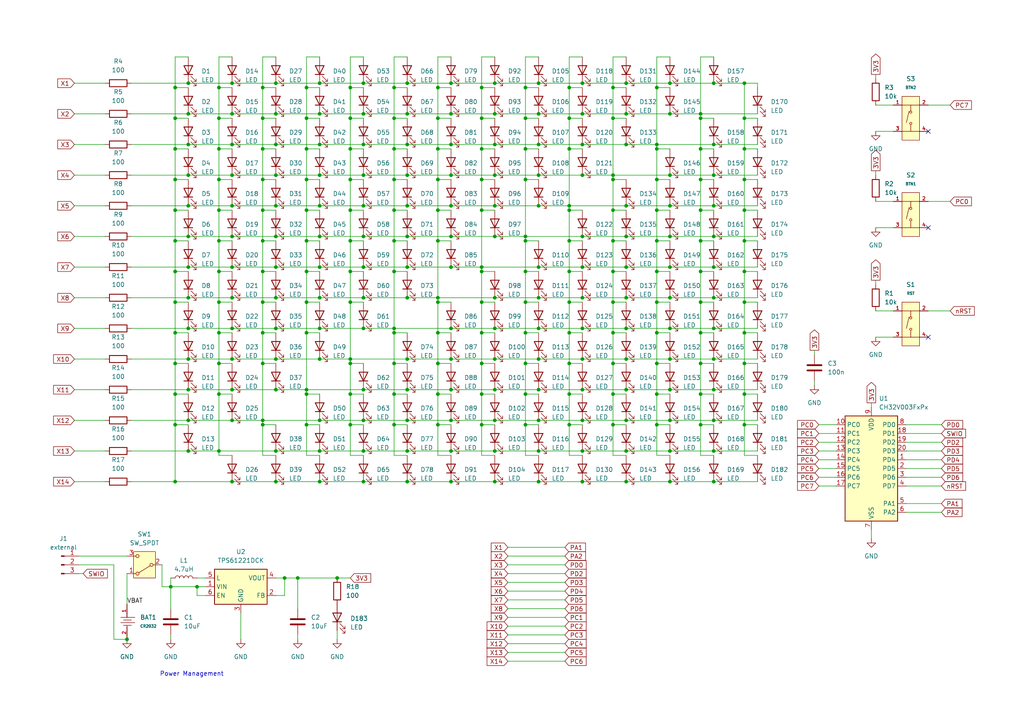
<source format=kicad_sch>
(kicad_sch (version 20231120) (generator "eeschema") (generator_version "8.0")
  (paper "A4")
  (junction (at 118.11 86.36))
  (junction (at 80.01 95.25))
  (junction (at 194.31 50.8))
  (junction (at 118.11 104.14))
  (junction (at 63.5 114.3))
  (junction (at 168.91 50.8))
  (junction (at 139.7 43.18))
  (junction (at 118.11 24.13))
  (junction (at 76.2 60.96))
  (junction (at 190.5 69.85))
  (junction (at 127 25.4))
  (junction (at 114.3 123.19))
  (junction (at 92.71 59.69))
  (junction (at 63.5 78.74))
  (junction (at 92.71 121.92))
  (junction (at 118.11 113.03))
  (junction (at 114.3 78.74))
  (junction (at 130.81 33.02))
  (junction (at 50.8 139.7))
  (junction (at 156.21 50.8))
  (junction (at 177.8 52.07))
  (junction (at 67.31 95.25))
  (junction (at 67.31 24.13))
  (junction (at 49.53 170.18))
  (junction (at 127 114.3))
  (junction (at 130.81 77.47))
  (junction (at 177.8 78.74))
  (junction (at 168.91 95.25))
  (junction (at 203.2 78.74))
  (junction (at 67.31 121.92))
  (junction (at 63.5 105.41))
  (junction (at 130.81 50.8))
  (junction (at 143.51 95.25))
  (junction (at 114.3 52.07))
  (junction (at 165.1 96.52))
  (junction (at 63.5 34.29))
  (junction (at 177.8 69.85))
  (junction (at 88.9 69.85))
  (junction (at 194.31 113.03))
  (junction (at 97.79 167.64))
  (junction (at 215.9 69.85))
  (junction (at 156.21 24.13))
  (junction (at 181.61 139.7))
  (junction (at 165.1 87.63))
  (junction (at 88.9 87.63))
  (junction (at 88.9 60.96))
  (junction (at 168.91 68.58))
  (junction (at 139.7 60.96))
  (junction (at 67.31 113.03))
  (junction (at 156.21 121.92))
  (junction (at 105.41 24.13))
  (junction (at 215.9 60.96))
  (junction (at 105.41 68.58))
  (junction (at 105.41 139.7))
  (junction (at 127 60.96))
  (junction (at 181.61 41.91))
  (junction (at 118.11 130.81))
  (junction (at 130.81 95.25))
  (junction (at 101.6 25.4))
  (junction (at 143.51 86.36))
  (junction (at 177.8 123.19))
  (junction (at 143.51 113.03))
  (junction (at 50.8 78.74))
  (junction (at 194.31 59.69))
  (junction (at 203.2 123.19))
  (junction (at 92.71 41.91))
  (junction (at 165.1 43.18))
  (junction (at 86.36 167.64))
  (junction (at 101.6 105.41))
  (junction (at 177.8 50.8))
  (junction (at 114.3 114.3))
  (junction (at 118.11 59.69))
  (junction (at 76.2 105.41))
  (junction (at 207.01 113.03))
  (junction (at 101.6 104.14))
  (junction (at 177.8 87.63))
  (junction (at 114.3 25.4))
  (junction (at 203.2 87.63))
  (junction (at 118.11 41.91))
  (junction (at 139.7 77.47))
  (junction (at 80.01 33.02))
  (junction (at 63.5 43.18))
  (junction (at 165.1 105.41))
  (junction (at 130.81 24.13))
  (junction (at 168.91 33.02))
  (junction (at 143.51 68.58))
  (junction (at 67.31 139.7))
  (junction (at 215.9 96.52))
  (junction (at 143.51 33.02))
  (junction (at 50.8 123.19))
  (junction (at 194.31 139.7))
  (junction (at 203.2 34.29))
  (junction (at 181.61 121.92))
  (junction (at 139.7 78.74))
  (junction (at 118.11 121.92))
  (junction (at 50.8 25.4))
  (junction (at 54.61 86.36))
  (junction (at 156.21 33.02))
  (junction (at 143.51 59.69))
  (junction (at 181.61 104.14))
  (junction (at 50.8 69.85))
  (junction (at 207.01 24.13))
  (junction (at 143.51 24.13))
  (junction (at 118.11 50.8))
  (junction (at 190.5 96.52))
  (junction (at 181.61 77.47))
  (junction (at 114.3 60.96))
  (junction (at 92.71 139.7))
  (junction (at 54.61 50.8))
  (junction (at 181.61 24.13))
  (junction (at 156.21 139.7))
  (junction (at 76.2 123.19))
  (junction (at 92.71 33.02))
  (junction (at 152.4 25.4))
  (junction (at 92.71 104.14))
  (junction (at 76.2 43.18))
  (junction (at 67.31 104.14))
  (junction (at 105.41 121.92))
  (junction (at 181.61 95.25))
  (junction (at 105.41 77.47))
  (junction (at 139.7 96.52))
  (junction (at 194.31 68.58))
  (junction (at 152.4 105.41))
  (junction (at 127 123.19))
  (junction (at 190.5 105.41))
  (junction (at 215.9 114.3))
  (junction (at 143.51 104.14))
  (junction (at 215.9 87.63))
  (junction (at 190.5 123.19))
  (junction (at 114.3 96.52))
  (junction (at 67.31 59.69))
  (junction (at 92.71 95.25))
  (junction (at 152.4 114.3))
  (junction (at 152.4 52.07))
  (junction (at 181.61 130.81))
  (junction (at 165.1 60.96))
  (junction (at 130.81 41.91))
  (junction (at 207.01 130.81))
  (junction (at 88.9 96.52))
  (junction (at 190.5 43.18))
  (junction (at 101.6 114.3))
  (junction (at 207.01 68.58))
  (junction (at 181.61 113.03))
  (junction (at 177.8 105.41))
  (junction (at 54.61 77.47))
  (junction (at 118.11 33.02))
  (junction (at 165.1 34.29))
  (junction (at 190.5 60.96))
  (junction (at 63.5 60.96))
  (junction (at 101.6 43.18))
  (junction (at 194.31 104.14))
  (junction (at 190.5 114.3))
  (junction (at 130.81 121.92))
  (junction (at 165.1 25.4))
  (junction (at 156.21 59.69))
  (junction (at 88.9 34.29))
  (junction (at 215.9 24.13))
  (junction (at 168.91 86.36))
  (junction (at 92.71 130.81))
  (junction (at 76.2 69.85))
  (junction (at 130.81 68.58))
  (junction (at 168.91 121.92))
  (junction (at 165.1 69.85))
  (junction (at 156.21 95.25))
  (junction (at 207.01 121.92))
  (junction (at 203.2 60.96))
  (junction (at 152.4 87.63))
  (junction (at 92.71 24.13))
  (junction (at 80.01 59.69))
  (junction (at 156.21 86.36))
  (junction (at 80.01 104.14))
  (junction (at 215.9 105.41))
  (junction (at 50.8 105.41))
  (junction (at 190.5 52.07))
  (junction (at 143.51 41.91))
  (junction (at 67.31 77.47))
  (junction (at 139.7 52.07))
  (junction (at 105.41 33.02))
  (junction (at 76.2 121.92))
  (junction (at 127 96.52))
  (junction (at 207.01 41.91))
  (junction (at 63.5 87.63))
  (junction (at 190.5 87.63))
  (junction (at 139.7 105.41))
  (junction (at 63.5 130.81))
  (junction (at 152.4 43.18))
  (junction (at 114.3 105.41))
  (junction (at 152.4 69.85))
  (junction (at 63.5 69.85))
  (junction (at 194.31 77.47))
  (junction (at 54.61 121.92))
  (junction (at 76.2 25.4))
  (junction (at 156.21 104.14))
  (junction (at 165.1 59.69))
  (junction (at 215.9 123.19))
  (junction (at 168.91 130.81))
  (junction (at 194.31 24.13))
  (junction (at 101.6 123.19))
  (junction (at 194.31 121.92))
  (junction (at 152.4 78.74))
  (junction (at 139.7 34.29))
  (junction (at 54.61 104.14))
  (junction (at 215.9 52.07))
  (junction (at 152.4 123.19))
  (junction (at 88.9 78.74))
  (junction (at 105.41 95.25))
  (junction (at 57.15 170.18))
  (junction (at 207.01 50.8))
  (junction (at 80.01 68.58))
  (junction (at 190.5 41.91))
  (junction (at 88.9 113.03))
  (junction (at 168.91 24.13))
  (junction (at 168.91 41.91))
  (junction (at 101.6 52.07))
  (junction (at 194.31 130.81))
  (junction (at 165.1 78.74))
  (junction (at 130.81 130.81))
  (junction (at 54.61 130.81))
  (junction (at 207.01 139.7))
  (junction (at 36.83 185.42))
  (junction (at 177.8 34.29))
  (junction (at 181.61 59.69))
  (junction (at 76.2 78.74))
  (junction (at 177.8 60.96))
  (junction (at 101.6 34.29))
  (junction (at 105.41 113.03))
  (junction (at 92.71 86.36))
  (junction (at 80.01 139.7))
  (junction (at 118.11 139.7))
  (junction (at 203.2 52.07))
  (junction (at 80.01 130.81))
  (junction (at 101.6 78.74))
  (junction (at 127 87.63))
  (junction (at 152.4 96.52))
  (junction (at 177.8 96.52))
  (junction (at 80.01 50.8))
  (junction (at 88.9 52.07))
  (junction (at 156.21 130.81))
  (junction (at 80.01 113.03))
  (junction (at 139.7 114.3))
  (junction (at 203.2 43.18))
  (junction (at 92.71 68.58))
  (junction (at 177.8 114.3))
  (junction (at 190.5 25.4))
  (junction (at 203.2 96.52))
  (junction (at 118.11 68.58))
  (junction (at 127 52.07))
  (junction (at 92.71 77.47))
  (junction (at 165.1 114.3))
  (junction (at 105.41 59.69))
  (junction (at 76.2 96.52))
  (junction (at 130.81 113.03))
  (junction (at 177.8 25.4))
  (junction (at 215.9 78.74))
  (junction (at 207.01 95.25))
  (junction (at 105.41 86.36))
  (junction (at 181.61 68.58))
  (junction (at 127 105.41))
  (junction (at 50.8 114.3))
  (junction (at 67.31 41.91))
  (junction (at 152.4 34.29))
  (junction (at 50.8 96.52))
  (junction (at 50.8 60.96))
  (junction (at 118.11 77.47))
  (junction (at 114.3 95.25))
  (junction (at 67.31 86.36))
  (junction (at 101.6 60.96))
  (junction (at 80.01 77.47))
  (junction (at 156.21 77.47))
  (junction (at 130.81 59.69))
  (junction (at 63.5 96.52))
  (junction (at 88.9 123.19))
  (junction (at 139.7 123.19))
  (junction (at 50.8 43.18))
  (junction (at 203.2 114.3))
  (junction (at 114.3 34.29))
  (junction (at 54.61 41.91))
  (junction (at 80.01 86.36))
  (junction (at 203.2 69.85))
  (junction (at 168.91 113.03))
  (junction (at 54.61 68.58))
  (junction (at 215.9 43.18))
  (junction (at 194.31 33.02))
  (junction (at 54.61 95.25))
  (junction (at 67.31 50.8))
  (junction (at 215.9 34.29))
  (junction (at 50.8 52.07))
  (junction (at 181.61 33.02))
  (junction (at 63.5 25.4))
  (junction (at 143.51 50.8))
  (junction (at 54.61 113.03))
  (junction (at 127 34.29))
  (junction (at 88.9 43.18))
  (junction (at 207.01 59.69))
  (junction (at 80.01 41.91))
  (junction (at 105.41 130.81))
  (junction (at 194.31 86.36))
  (junction (at 168.91 139.7))
  (junction (at 181.61 86.36))
  (junction (at 54.61 24.13))
  (junction (at 143.51 139.7))
  (junction (at 203.2 33.02))
  (junction (at 143.51 121.92))
  (junction (at 203.2 105.41))
  (junction (at 127 86.36))
  (junction (at 76.2 87.63))
  (junction (at 80.01 24.13))
  (junction (at 207.01 77.47))
  (junction (at 92.71 50.8))
  (junction (at 76.2 34.29))
  (junction (at 50.8 34.29))
  (junction (at 127 43.18))
  (junction (at 165.1 123.19))
  (junction (at 101.6 87.63))
  (junction (at 114.3 43.18))
  (junction (at 76.2 52.07))
  (junction (at 54.61 33.02))
  (junction (at 194.31 95.25))
  (junction (at 88.9 114.3))
  (junction (at 105.41 41.91))
  (junction (at 207.01 104.14))
  (junction (at 82.55 167.64))
  (junction (at 139.7 87.63))
  (junction (at 190.5 78.74))
  (junction (at 130.81 104.14))
  (junction (at 207.01 86.36))
  (junction (at 152.4 68.58))
  (junction (at 143.51 130.81))
  (junction (at 156.21 41.91))
  (junction (at 54.61 59.69))
  (junction (at 101.6 69.85))
  (junction (at 168.91 104.14))
  (junction (at 156.21 113.03))
  (junction (at 127 69.85))
  (junction (at 63.5 52.07))
  (junction (at 168.91 77.47))
  (junction (at 105.41 50.8))
  (junction (at 67.31 68.58))
  (junction (at 130.81 139.7))
  (junction (at 114.3 69.85))
  (junction (at 88.9 25.4))
  (junction (at 67.31 33.02))
  (junction (at 139.7 25.4))
  (junction (at 50.8 87.63))
  (no_connect (at 269.24 66.04))
  (no_connect (at 269.24 97.79))
  (no_connect (at 269.24 38.1))
  (wire (pts (xy 88.9 52.07) (xy 92.71 52.07)))
  (wire (pts (xy 80.01 139.7) (xy 92.71 139.7)))
  (wire (pts (xy 105.41 130.81) (xy 118.11 130.81)))
  (wire (pts (xy 38.1 121.92) (xy 54.61 121.92)))
  (wire (pts (xy 139.7 34.29) (xy 143.51 34.29)))
  (wire (pts (xy 86.36 167.64) (xy 97.79 167.64)))
  (wire (pts (xy 177.8 60.96) (xy 177.8 69.85)))
  (wire (pts (xy 254 49.53) (xy 254 50.8)))
  (wire (pts (xy 54.61 104.14) (xy 67.31 104.14)))
  (wire (pts (xy 130.81 59.69) (xy 143.51 59.69)))
  (wire (pts (xy 203.2 105.41) (xy 207.01 105.41)))
  (wire (pts (xy 139.7 78.74) (xy 143.51 78.74)))
  (wire (pts (xy 215.9 78.74) (xy 219.71 78.74)))
  (wire (pts (xy 54.61 41.91) (xy 67.31 41.91)))
  (wire (pts (xy 190.5 43.18) (xy 190.5 52.07)))
  (wire (pts (xy 194.31 86.36) (xy 207.01 86.36)))
  (wire (pts (xy 147.32 158.75) (xy 163.83 158.75)))
  (wire (pts (xy 165.1 105.41) (xy 168.91 105.41)))
  (wire (pts (xy 69.85 177.8) (xy 69.85 185.42)))
  (wire (pts (xy 237.49 130.81) (xy 242.57 130.81)))
  (wire (pts (xy 156.21 77.47) (xy 168.91 77.47)))
  (wire (pts (xy 168.91 77.47) (xy 181.61 77.47)))
  (wire (pts (xy 215.9 114.3) (xy 219.71 114.3)))
  (wire (pts (xy 101.6 104.14) (xy 101.6 105.41)))
  (wire (pts (xy 262.89 123.19) (xy 273.05 123.19)))
  (wire (pts (xy 101.6 105.41) (xy 101.6 114.3)))
  (wire (pts (xy 190.5 87.63) (xy 194.31 87.63)))
  (wire (pts (xy 101.6 69.85) (xy 101.6 78.74)))
  (wire (pts (xy 156.21 130.81) (xy 168.91 130.81)))
  (wire (pts (xy 22.86 163.83) (xy 33.02 163.83)))
  (wire (pts (xy 168.91 33.02) (xy 181.61 33.02)))
  (wire (pts (xy 50.8 52.07) (xy 50.8 60.96)))
  (wire (pts (xy 105.41 41.91) (xy 118.11 41.91)))
  (wire (pts (xy 143.51 33.02) (xy 156.21 33.02)))
  (wire (pts (xy 80.01 24.13) (xy 92.71 24.13)))
  (wire (pts (xy 50.8 139.7) (xy 67.31 139.7)))
  (wire (pts (xy 114.3 95.25) (xy 130.81 95.25)))
  (wire (pts (xy 237.49 125.73) (xy 242.57 125.73)))
  (wire (pts (xy 194.31 24.13) (xy 207.01 24.13)))
  (wire (pts (xy 152.4 68.58) (xy 152.4 69.85)))
  (wire (pts (xy 143.51 86.36) (xy 156.21 86.36)))
  (wire (pts (xy 114.3 132.08) (xy 118.11 132.08)))
  (wire (pts (xy 50.8 87.63) (xy 54.61 87.63)))
  (wire (pts (xy 194.31 59.69) (xy 207.01 59.69)))
  (wire (pts (xy 156.21 33.02) (xy 168.91 33.02)))
  (wire (pts (xy 88.9 43.18) (xy 92.71 43.18)))
  (wire (pts (xy 46.99 163.83) (xy 46.99 170.18)))
  (wire (pts (xy 177.8 105.41) (xy 177.8 114.3)))
  (wire (pts (xy 50.8 16.51) (xy 50.8 25.4)))
  (wire (pts (xy 63.5 25.4) (xy 67.31 25.4)))
  (wire (pts (xy 54.61 24.13) (xy 67.31 24.13)))
  (wire (pts (xy 207.01 104.14) (xy 219.71 104.14)))
  (wire (pts (xy 190.5 43.18) (xy 194.31 43.18)))
  (wire (pts (xy 80.01 167.64) (xy 82.55 167.64)))
  (wire (pts (xy 156.21 50.8) (xy 168.91 50.8)))
  (wire (pts (xy 76.2 87.63) (xy 80.01 87.63)))
  (wire (pts (xy 215.9 87.63) (xy 215.9 96.52)))
  (wire (pts (xy 219.71 24.13) (xy 219.71 25.4)))
  (wire (pts (xy 203.2 114.3) (xy 207.01 114.3)))
  (wire (pts (xy 181.61 121.92) (xy 194.31 121.92)))
  (wire (pts (xy 88.9 123.19) (xy 88.9 132.08)))
  (wire (pts (xy 21.59 41.91) (xy 30.48 41.91)))
  (wire (pts (xy 63.5 87.63) (xy 63.5 96.52)))
  (wire (pts (xy 130.81 33.02) (xy 143.51 33.02)))
  (wire (pts (xy 127 52.07) (xy 127 60.96)))
  (wire (pts (xy 165.1 114.3) (xy 168.91 114.3)))
  (wire (pts (xy 139.7 96.52) (xy 143.51 96.52)))
  (wire (pts (xy 127 86.36) (xy 143.51 86.36)))
  (wire (pts (xy 165.1 43.18) (xy 165.1 59.69)))
  (wire (pts (xy 86.36 184.15) (xy 86.36 185.42)))
  (wire (pts (xy 262.89 146.05) (xy 273.05 146.05)))
  (wire (pts (xy 127 69.85) (xy 127 86.36)))
  (wire (pts (xy 190.5 16.51) (xy 190.5 25.4)))
  (wire (pts (xy 80.01 172.72) (xy 82.55 172.72)))
  (wire (pts (xy 130.81 130.81) (xy 143.51 130.81)))
  (wire (pts (xy 156.21 104.14) (xy 168.91 104.14)))
  (wire (pts (xy 88.9 87.63) (xy 92.71 87.63)))
  (wire (pts (xy 177.8 114.3) (xy 181.61 114.3)))
  (wire (pts (xy 152.4 16.51) (xy 152.4 25.4)))
  (wire (pts (xy 156.21 59.69) (xy 165.1 59.69)))
  (wire (pts (xy 127 25.4) (xy 127 34.29)))
  (wire (pts (xy 139.7 123.19) (xy 143.51 123.19)))
  (wire (pts (xy 67.31 139.7) (xy 80.01 139.7)))
  (wire (pts (xy 50.8 69.85) (xy 50.8 78.74)))
  (wire (pts (xy 114.3 105.41) (xy 114.3 114.3)))
  (wire (pts (xy 63.5 96.52) (xy 63.5 105.41)))
  (wire (pts (xy 177.8 16.51) (xy 181.61 16.51)))
  (wire (pts (xy 127 96.52) (xy 130.81 96.52)))
  (wire (pts (xy 177.8 87.63) (xy 177.8 96.52)))
  (wire (pts (xy 92.71 77.47) (xy 105.41 77.47)))
  (wire (pts (xy 76.2 25.4) (xy 76.2 34.29)))
  (wire (pts (xy 114.3 34.29) (xy 118.11 34.29)))
  (wire (pts (xy 118.11 33.02) (xy 130.81 33.02)))
  (wire (pts (xy 190.5 114.3) (xy 190.5 123.19)))
  (wire (pts (xy 67.31 41.91) (xy 80.01 41.91)))
  (wire (pts (xy 152.4 69.85) (xy 156.21 69.85)))
  (wire (pts (xy 203.2 96.52) (xy 203.2 105.41)))
  (wire (pts (xy 92.71 95.25) (xy 105.41 95.25)))
  (wire (pts (xy 114.3 43.18) (xy 118.11 43.18)))
  (wire (pts (xy 194.31 139.7) (xy 207.01 139.7)))
  (wire (pts (xy 181.61 95.25) (xy 194.31 95.25)))
  (wire (pts (xy 215.9 105.41) (xy 215.9 114.3)))
  (wire (pts (xy 127 132.08) (xy 130.81 132.08)))
  (wire (pts (xy 76.2 16.51) (xy 76.2 25.4)))
  (wire (pts (xy 114.3 78.74) (xy 118.11 78.74)))
  (wire (pts (xy 118.11 104.14) (xy 130.81 104.14)))
  (wire (pts (xy 215.9 132.08) (xy 219.71 132.08)))
  (wire (pts (xy 118.11 139.7) (xy 130.81 139.7)))
  (wire (pts (xy 38.1 59.69) (xy 54.61 59.69)))
  (wire (pts (xy 114.3 60.96) (xy 114.3 69.85)))
  (wire (pts (xy 165.1 60.96) (xy 165.1 69.85)))
  (wire (pts (xy 177.8 96.52) (xy 181.61 96.52)))
  (wire (pts (xy 203.2 132.08) (xy 207.01 132.08)))
  (wire (pts (xy 92.71 50.8) (xy 105.41 50.8)))
  (wire (pts (xy 88.9 113.03) (xy 88.9 114.3)))
  (wire (pts (xy 130.81 121.92) (xy 143.51 121.92)))
  (wire (pts (xy 88.9 60.96) (xy 88.9 69.85)))
  (wire (pts (xy 203.2 78.74) (xy 207.01 78.74)))
  (wire (pts (xy 237.49 135.89) (xy 242.57 135.89)))
  (wire (pts (xy 105.41 77.47) (xy 118.11 77.47)))
  (wire (pts (xy 152.4 25.4) (xy 156.21 25.4)))
  (wire (pts (xy 215.9 123.19) (xy 219.71 123.19)))
  (wire (pts (xy 76.2 105.41) (xy 80.01 105.41)))
  (wire (pts (xy 165.1 105.41) (xy 165.1 114.3)))
  (wire (pts (xy 67.31 59.69) (xy 80.01 59.69)))
  (wire (pts (xy 114.3 69.85) (xy 114.3 78.74)))
  (wire (pts (xy 139.7 77.47) (xy 156.21 77.47)))
  (wire (pts (xy 130.81 41.91) (xy 143.51 41.91)))
  (wire (pts (xy 101.6 114.3) (xy 105.41 114.3)))
  (wire (pts (xy 152.4 105.41) (xy 152.4 114.3)))
  (wire (pts (xy 50.8 34.29) (xy 54.61 34.29)))
  (wire (pts (xy 165.1 16.51) (xy 165.1 25.4)))
  (wire (pts (xy 92.71 24.13) (xy 105.41 24.13)))
  (wire (pts (xy 80.01 33.02) (xy 92.71 33.02)))
  (wire (pts (xy 127 43.18) (xy 127 52.07)))
  (wire (pts (xy 194.31 121.92) (xy 207.01 121.92)))
  (wire (pts (xy 139.7 78.74) (xy 139.7 87.63)))
  (wire (pts (xy 139.7 25.4) (xy 139.7 34.29)))
  (wire (pts (xy 63.5 105.41) (xy 63.5 114.3)))
  (wire (pts (xy 168.91 121.92) (xy 181.61 121.92)))
  (wire (pts (xy 203.2 87.63) (xy 203.2 96.52)))
  (wire (pts (xy 139.7 43.18) (xy 143.51 43.18)))
  (wire (pts (xy 88.9 123.19) (xy 92.71 123.19)))
  (wire (pts (xy 181.61 77.47) (xy 194.31 77.47)))
  (wire (pts (xy 215.9 52.07) (xy 219.71 52.07)))
  (wire (pts (xy 88.9 113.03) (xy 105.41 113.03)))
  (wire (pts (xy 21.59 139.7) (xy 30.48 139.7)))
  (wire (pts (xy 177.8 34.29) (xy 181.61 34.29)))
  (wire (pts (xy 147.32 176.53) (xy 163.83 176.53)))
  (wire (pts (xy 50.8 105.41) (xy 54.61 105.41)))
  (wire (pts (xy 114.3 114.3) (xy 114.3 123.19)))
  (wire (pts (xy 254 58.42) (xy 259.08 58.42)))
  (wire (pts (xy 50.8 60.96) (xy 50.8 69.85)))
  (wire (pts (xy 143.51 95.25) (xy 156.21 95.25)))
  (wire (pts (xy 190.5 60.96) (xy 190.5 69.85)))
  (wire (pts (xy 203.2 123.19) (xy 207.01 123.19)))
  (wire (pts (xy 177.8 52.07) (xy 181.61 52.07)))
  (wire (pts (xy 101.6 60.96) (xy 101.6 69.85)))
  (wire (pts (xy 203.2 60.96) (xy 207.01 60.96)))
  (wire (pts (xy 67.31 50.8) (xy 80.01 50.8)))
  (wire (pts (xy 190.5 41.91) (xy 190.5 43.18)))
  (wire (pts (xy 114.3 60.96) (xy 118.11 60.96)))
  (wire (pts (xy 38.1 95.25) (xy 54.61 95.25)))
  (wire (pts (xy 207.01 86.36) (xy 219.71 86.36)))
  (wire (pts (xy 168.91 50.8) (xy 177.8 50.8)))
  (wire (pts (xy 114.3 123.19) (xy 118.11 123.19)))
  (wire (pts (xy 156.21 139.7) (xy 168.91 139.7)))
  (wire (pts (xy 152.4 87.63) (xy 156.21 87.63)))
  (wire (pts (xy 82.55 167.64) (xy 86.36 167.64)))
  (wire (pts (xy 127 16.51) (xy 130.81 16.51)))
  (wire (pts (xy 177.8 25.4) (xy 177.8 34.29)))
  (wire (pts (xy 21.59 77.47) (xy 30.48 77.47)))
  (wire (pts (xy 147.32 161.29) (xy 163.83 161.29)))
  (wire (pts (xy 88.9 16.51) (xy 92.71 16.51)))
  (wire (pts (xy 63.5 60.96) (xy 67.31 60.96)))
  (wire (pts (xy 165.1 34.29) (xy 168.91 34.29)))
  (wire (pts (xy 139.7 77.47) (xy 139.7 78.74)))
  (wire (pts (xy 49.53 184.15) (xy 49.53 185.42)))
  (wire (pts (xy 139.7 25.4) (xy 143.51 25.4)))
  (wire (pts (xy 127 16.51) (xy 127 25.4)))
  (wire (pts (xy 67.31 121.92) (xy 76.2 121.92)))
  (wire (pts (xy 50.8 87.63) (xy 50.8 96.52)))
  (wire (pts (xy 147.32 168.91) (xy 163.83 168.91)))
  (wire (pts (xy 63.5 105.41) (xy 67.31 105.41)))
  (wire (pts (xy 114.3 96.52) (xy 114.3 105.41)))
  (wire (pts (xy 76.2 52.07) (xy 80.01 52.07)))
  (wire (pts (xy 92.71 41.91) (xy 105.41 41.91)))
  (wire (pts (xy 177.8 123.19) (xy 181.61 123.19)))
  (wire (pts (xy 177.8 16.51) (xy 177.8 25.4)))
  (wire (pts (xy 76.2 43.18) (xy 76.2 52.07)))
  (wire (pts (xy 177.8 105.41) (xy 181.61 105.41)))
  (wire (pts (xy 130.81 68.58) (xy 143.51 68.58)))
  (wire (pts (xy 88.9 16.51) (xy 88.9 25.4)))
  (wire (pts (xy 50.8 123.19) (xy 50.8 139.7)))
  (wire (pts (xy 152.4 87.63) (xy 152.4 96.52)))
  (wire (pts (xy 147.32 181.61) (xy 163.83 181.61)))
  (wire (pts (xy 269.24 90.17) (xy 275.59 90.17)))
  (wire (pts (xy 152.4 69.85) (xy 152.4 78.74)))
  (wire (pts (xy 101.6 25.4) (xy 101.6 34.29)))
  (wire (pts (xy 194.31 33.02) (xy 203.2 33.02)))
  (wire (pts (xy 63.5 130.81) (xy 63.5 132.08)))
  (wire (pts (xy 57.15 172.72) (xy 57.15 170.18)))
  (wire (pts (xy 88.9 43.18) (xy 88.9 52.07)))
  (wire (pts (xy 237.49 123.19) (xy 242.57 123.19)))
  (wire (pts (xy 50.8 78.74) (xy 54.61 78.74)))
  (wire (pts (xy 80.01 59.69) (xy 92.71 59.69)))
  (wire (pts (xy 63.5 69.85) (xy 63.5 78.74)))
  (wire (pts (xy 50.8 96.52) (xy 50.8 105.41)))
  (wire (pts (xy 156.21 95.25) (xy 168.91 95.25)))
  (wire (pts (xy 181.61 59.69) (xy 194.31 59.69)))
  (wire (pts (xy 50.8 25.4) (xy 50.8 34.29)))
  (wire (pts (xy 143.51 68.58) (xy 152.4 68.58)))
  (wire (pts (xy 88.9 25.4) (xy 92.71 25.4)))
  (wire (pts (xy 207.01 41.91) (xy 219.71 41.91)))
  (wire (pts (xy 118.11 68.58) (xy 130.81 68.58)))
  (wire (pts (xy 92.71 139.7) (xy 105.41 139.7)))
  (wire (pts (xy 139.7 87.63) (xy 139.7 96.52)))
  (wire (pts (xy 139.7 96.52) (xy 139.7 105.41)))
  (wire (pts (xy 215.9 60.96) (xy 219.71 60.96)))
  (wire (pts (xy 33.02 185.42) (xy 33.02 163.83)))
  (wire (pts (xy 147.32 191.77) (xy 163.83 191.77)))
  (wire (pts (xy 194.31 95.25) (xy 207.01 95.25)))
  (wire (pts (xy 165.1 87.63) (xy 168.91 87.63)))
  (wire (pts (xy 215.9 43.18) (xy 215.9 52.07)))
  (wire (pts (xy 177.8 78.74) (xy 177.8 87.63)))
  (wire (pts (xy 215.9 96.52) (xy 215.9 105.41)))
  (wire (pts (xy 114.3 105.41) (xy 118.11 105.41)))
  (wire (pts (xy 152.4 52.07) (xy 156.21 52.07)))
  (wire (pts (xy 207.01 113.03) (xy 219.71 113.03)))
  (wire (pts (xy 92.71 86.36) (xy 105.41 86.36)))
  (wire (pts (xy 63.5 52.07) (xy 63.5 60.96)))
  (wire (pts (xy 190.5 105.41) (xy 194.31 105.41)))
  (wire (pts (xy 156.21 86.36) (xy 168.91 86.36)))
  (wire (pts (xy 101.6 43.18) (xy 101.6 52.07)))
  (wire (pts (xy 114.3 34.29) (xy 114.3 43.18)))
  (wire (pts (xy 165.1 114.3) (xy 165.1 123.19)))
  (wire (pts (xy 118.11 130.81) (xy 130.81 130.81)))
  (wire (pts (xy 156.21 24.13) (xy 168.91 24.13)))
  (wire (pts (xy 165.1 69.85) (xy 168.91 69.85)))
  (wire (pts (xy 21.59 24.13) (xy 30.48 24.13)))
  (wire (pts (xy 38.1 139.7) (xy 50.8 139.7)))
  (wire (pts (xy 203.2 43.18) (xy 207.01 43.18)))
  (wire (pts (xy 139.7 16.51) (xy 143.51 16.51)))
  (wire (pts (xy 190.5 96.52) (xy 194.31 96.52)))
  (wire (pts (xy 130.81 113.03) (xy 143.51 113.03)))
  (wire (pts (xy 54.61 50.8) (xy 67.31 50.8)))
  (wire (pts (xy 190.5 132.08) (xy 194.31 132.08)))
  (wire (pts (xy 203.2 16.51) (xy 203.2 33.02)))
  (wire (pts (xy 139.7 123.19) (xy 139.7 132.08)))
  (wire (pts (xy 63.5 34.29) (xy 63.5 43.18)))
  (wire (pts (xy 127 52.07) (xy 130.81 52.07)))
  (wire (pts (xy 203.2 60.96) (xy 203.2 69.85)))
  (wire (pts (xy 101.6 60.96) (xy 105.41 60.96)))
  (wire (pts (xy 177.8 114.3) (xy 177.8 123.19)))
  (wire (pts (xy 88.9 96.52) (xy 88.9 113.03)))
  (wire (pts (xy 203.2 33.02) (xy 219.71 33.02)))
  (wire (pts (xy 181.61 139.7) (xy 194.31 139.7)))
  (wire (pts (xy 76.2 121.92) (xy 92.71 121.92)))
  (wire (pts (xy 63.5 114.3) (xy 63.5 130.81)))
  (wire (pts (xy 76.2 60.96) (xy 76.2 69.85)))
  (wire (pts (xy 143.51 113.03) (xy 156.21 113.03)))
  (wire (pts (xy 203.2 52.07) (xy 203.2 60.96)))
  (wire (pts (xy 156.21 41.91) (xy 168.91 41.91)))
  (wire (pts (xy 165.1 132.08) (xy 168.91 132.08)))
  (wire (pts (xy 36.83 166.37) (xy 36.83 175.26)))
  (wire (pts (xy 207.01 95.25) (xy 219.71 95.25)))
  (wire (pts (xy 88.9 69.85) (xy 92.71 69.85)))
  (wire (pts (xy 152.4 123.19) (xy 156.21 123.19)))
  (wire (pts (xy 254 38.1) (xy 259.08 38.1)))
  (wire (pts (xy 21.59 68.58) (xy 30.48 68.58)))
  (wire (pts (xy 254 90.17) (xy 259.08 90.17)))
  (wire (pts (xy 118.11 41.91) (xy 130.81 41.91)))
  (wire (pts (xy 67.31 113.03) (xy 80.01 113.03)))
  (wire (pts (xy 101.6 25.4) (xy 105.41 25.4)))
  (wire (pts (xy 262.89 130.81) (xy 273.05 130.81)))
  (wire (pts (xy 181.61 24.13) (xy 194.31 24.13)))
  (wire (pts (xy 54.61 130.81) (xy 63.5 130.81)))
  (wire (pts (xy 105.41 68.58) (xy 118.11 68.58)))
  (wire (pts (xy 203.2 69.85) (xy 203.2 78.74)))
  (wire (pts (xy 207.01 59.69) (xy 219.71 59.69)))
  (wire (pts (xy 143.51 41.91) (xy 156.21 41.91)))
  (wire (pts (xy 105.41 139.7) (xy 118.11 139.7)))
  (wire (pts (xy 67.31 95.25) (xy 80.01 95.25)))
  (wire (pts (xy 63.5 34.29) (xy 67.31 34.29)))
  (wire (pts (xy 80.01 50.8) (xy 92.71 50.8)))
  (wire (pts (xy 165.1 25.4) (xy 168.91 25.4)))
  (wire (pts (xy 207.01 130.81) (xy 219.71 130.81)))
  (wire (pts (xy 114.3 96.52) (xy 118.11 96.52)))
  (wire (pts (xy 38.1 24.13) (xy 54.61 24.13)))
  (wire (pts (xy 203.2 114.3) (xy 203.2 123.19)))
  (wire (pts (xy 207.01 121.92) (xy 219.71 121.92)))
  (wire (pts (xy 152.4 25.4) (xy 152.4 34.29)))
  (wire (pts (xy 88.9 25.4) (xy 88.9 34.29)))
  (wire (pts (xy 203.2 34.29) (xy 203.2 43.18)))
  (wire (pts (xy 101.6 132.08) (xy 105.41 132.08)))
  (wire (pts (xy 101.6 104.14) (xy 118.11 104.14)))
  (wire (pts (xy 76.2 25.4) (xy 80.01 25.4)))
  (wire (pts (xy 101.6 87.63) (xy 105.41 87.63)))
  (wire (pts (xy 262.89 135.89) (xy 273.05 135.89)))
  (wire (pts (xy 168.91 68.58) (xy 181.61 68.58)))
  (wire (pts (xy 101.6 34.29) (xy 105.41 34.29)))
  (wire (pts (xy 76.2 16.51) (xy 80.01 16.51)))
  (wire (pts (xy 54.61 33.02) (xy 67.31 33.02)))
  (wire (pts (xy 177.8 52.07) (xy 177.8 60.96)))
  (wire (pts (xy 105.41 24.13) (xy 118.11 24.13)))
  (wire (pts (xy 215.9 60.96) (xy 215.9 69.85)))
  (wire (pts (xy 127 96.52) (xy 127 105.41)))
  (wire (pts (xy 168.91 104.14) (xy 181.61 104.14)))
  (wire (pts (xy 76.2 78.74) (xy 80.01 78.74)))
  (wire (pts (xy 67.31 104.14) (xy 80.01 104.14)))
  (wire (pts (xy 127 87.63) (xy 127 96.52)))
  (wire (pts (xy 54.61 86.36) (xy 67.31 86.36)))
  (wire (pts (xy 168.91 24.13) (xy 181.61 24.13)))
  (wire (pts (xy 203.2 78.74) (xy 203.2 87.63)))
  (wire (pts (xy 177.8 25.4) (xy 181.61 25.4)))
  (wire (pts (xy 67.31 68.58) (xy 80.01 68.58)))
  (wire (pts (xy 165.1 78.74) (xy 168.91 78.74)))
  (wire (pts (xy 114.3 123.19) (xy 114.3 132.08)))
  (wire (pts (xy 168.91 86.36) (xy 181.61 86.36)))
  (wire (pts (xy 143.51 104.14) (xy 156.21 104.14)))
  (wire (pts (xy 215.9 87.63) (xy 219.71 87.63)))
  (wire (pts (xy 139.7 52.07) (xy 143.51 52.07)))
  (wire (pts (xy 165.1 25.4) (xy 165.1 34.29)))
  (wire (pts (xy 194.31 104.14) (xy 207.01 104.14)))
  (wire (pts (xy 127 114.3) (xy 130.81 114.3)))
  (wire (pts (xy 177.8 50.8) (xy 194.31 50.8)))
  (wire (pts (xy 143.51 24.13) (xy 156.21 24.13)))
  (wire (pts (xy 21.59 95.25) (xy 30.48 95.25)))
  (wire (pts (xy 59.69 172.72) (xy 57.15 172.72)))
  (wire (pts (xy 203.2 16.51) (xy 207.01 16.51)))
  (wire (pts (xy 147.32 189.23) (xy 163.83 189.23)))
  (wire (pts (xy 177.8 123.19) (xy 177.8 132.08)))
  (wire (pts (xy 63.5 43.18) (xy 67.31 43.18)))
  (wire (pts (xy 143.51 59.69) (xy 156.21 59.69)))
  (wire (pts (xy 80.01 130.81) (xy 92.71 130.81)))
  (wire (pts (xy 127 86.36) (xy 127 87.63)))
  (wire (pts (xy 21.59 50.8) (xy 30.48 50.8)))
  (wire (pts (xy 38.1 50.8) (xy 54.61 50.8)))
  (wire (pts (xy 168.91 139.7) (xy 181.61 139.7)))
  (wire (pts (xy 88.9 87.63) (xy 88.9 96.52)))
  (wire (pts (xy 139.7 105.41) (xy 139.7 114.3)))
  (wire (pts (xy 127 34.29) (xy 127 43.18)))
  (wire (pts (xy 177.8 50.8) (xy 177.8 52.07)))
  (wire (pts (xy 165.1 87.63) (xy 165.1 96.52)))
  (wire (pts (xy 177.8 34.29) (xy 177.8 50.8)))
  (wire (pts (xy 114.3 78.74) (xy 114.3 95.25)))
  (wire (pts (xy 165.1 123.19) (xy 168.91 123.19)))
  (wire (pts (xy 203.2 96.52) (xy 207.01 96.52)))
  (wire (pts (xy 130.81 139.7) (xy 143.51 139.7)))
  (wire (pts (xy 156.21 113.03) (xy 168.91 113.03)))
  (wire (pts (xy 147.32 186.69) (xy 163.83 186.69)))
  (wire (pts (xy 63.5 130.81) (xy 80.01 130.81)))
  (wire (pts (xy 190.5 25.4) (xy 194.31 25.4)))
  (wire (pts (xy 190.5 41.91) (xy 207.01 41.91)))
  (wire (pts (xy 127 60.96) (xy 127 69.85)))
  (wire (pts (xy 207.01 139.7) (xy 219.71 139.7)))
  (wire (pts (xy 156.21 121.92) (xy 168.91 121.92)))
  (wire (pts (xy 194.31 130.81) (xy 207.01 130.81)))
  (wire (pts (xy 101.6 69.85) (xy 105.41 69.85)))
  (wire (pts (xy 139.7 114.3) (xy 143.51 114.3)))
  (wire (pts (xy 21.59 104.14) (xy 30.48 104.14)))
  (wire (pts (xy 130.81 77.47) (xy 139.7 77.47)))
  (wire (pts (xy 88.9 78.74) (xy 92.71 78.74)))
  (wire (pts (xy 67.31 33.02) (xy 80.01 33.02)))
  (wire (pts (xy 152.4 34.29) (xy 152.4 43.18)))
  (wire (pts (xy 114.3 95.25) (xy 114.3 96.52)))
  (wire (pts (xy 190.5 60.96) (xy 194.31 60.96)))
  (wire (pts (xy 143.51 121.92) (xy 156.21 121.92)))
  (wire (pts (xy 127 105.41) (xy 127 114.3)))
  (wire (pts (xy 63.5 132.08) (xy 67.31 132.08)))
  (wire (pts (xy 190.5 123.19) (xy 194.31 123.19)))
  (wire (pts (xy 262.89 133.35) (xy 273.05 133.35)))
  (wire (pts (xy 82.55 172.72) (xy 82.55 167.64)))
  (wire (pts (xy 194.31 77.47) (xy 207.01 77.47)))
  (wire (pts (xy 127 123.19) (xy 127 132.08)))
  (wire (pts (xy 22.86 161.29) (xy 36.83 161.29)))
  (wire (pts (xy 139.7 60.96) (xy 143.51 60.96)))
  (wire (pts (xy 80.01 77.47) (xy 92.71 77.47)))
  (wire (pts (xy 114.3 43.18) (xy 114.3 52.07)))
  (wire (pts (xy 50.8 96.52) (xy 54.61 96.52)))
  (wire (pts (xy 63.5 52.07) (xy 67.31 52.07)))
  (wire (pts (xy 165.1 123.19) (xy 165.1 132.08)))
  (wire (pts (xy 190.5 16.51) (xy 194.31 16.51)))
  (wire (pts (xy 254 21.59) (xy 254 22.86)))
  (wire (pts (xy 105.41 113.03) (xy 118.11 113.03)))
  (wire (pts (xy 114.3 114.3) (xy 118.11 114.3)))
  (wire (pts (xy 269.24 30.48) (xy 275.59 30.48)))
  (wire (pts (xy 262.89 125.73) (xy 273.05 125.73)))
  (wire (pts (xy 67.31 86.36) (xy 80.01 86.36)))
  (wire (pts (xy 215.9 34.29) (xy 219.71 34.29)))
  (wire (pts (xy 190.5 96.52) (xy 190.5 105.41)))
  (wire (pts (xy 147.32 179.07) (xy 163.83 179.07)))
  (wire (pts (xy 165.1 96.52) (xy 168.91 96.52)))
  (wire (pts (xy 63.5 96.52) (xy 67.31 96.52)))
  (wire (pts (xy 38.1 113.03) (xy 54.61 113.03)))
  (wire (pts (xy 49.53 170.18) (xy 49.53 176.53)))
  (wire (pts (xy 92.71 68.58) (xy 105.41 68.58)))
  (wire (pts (xy 215.9 69.85) (xy 219.71 69.85)))
  (wire (pts (xy 88.9 69.85) (xy 88.9 78.74)))
  (wire (pts (xy 181.61 86.36) (xy 194.31 86.36)))
  (wire (pts (xy 215.9 78.74) (xy 215.9 87.63)))
  (wire (pts (xy 92.71 121.92) (xy 105.41 121.92)))
  (wire (pts (xy 50.8 60.96) (xy 54.61 60.96)))
  (wire (pts (xy 21.59 59.69) (xy 30.48 59.69)))
  (wire (pts (xy 54.61 59.69) (xy 67.31 59.69)))
  (wire (pts (xy 86.36 167.64) (xy 86.36 176.53)))
  (wire (pts (xy 38.1 77.47) (xy 54.61 77.47)))
  (wire (pts (xy 88.9 114.3) (xy 92.71 114.3)))
  (wire (pts (xy 88.9 52.07) (xy 88.9 60.96)))
  (wire (pts (xy 92.71 33.02) (xy 105.41 33.02)))
  (wire (pts (xy 269.24 58.42) (xy 275.59 58.42)))
  (wire (pts (xy 165.1 16.51) (xy 168.91 16.51)))
  (wire (pts (xy 215.9 24.13) (xy 219.71 24.13)))
  (wire (pts (xy 237.49 138.43) (xy 242.57 138.43)))
  (wire (pts (xy 177.8 60.96) (xy 181.61 60.96)))
  (wire (pts (xy 101.6 52.07) (xy 105.41 52.07)))
  (wire (pts (xy 49.53 170.18) (xy 57.15 170.18)))
  (wire (pts (xy 139.7 60.96) (xy 139.7 77.47)))
  (wire (pts (xy 63.5 25.4) (xy 63.5 34.29)))
  (wire (pts (xy 101.6 78.74) (xy 105.41 78.74)))
  (wire (pts (xy 165.1 60.96) (xy 168.91 60.96)))
  (wire (pts (xy 139.7 87.63) (xy 143.51 87.63)))
  (wire (pts (xy 262.89 140.97) (xy 273.05 140.97)))
  (wire (pts (xy 127 69.85) (xy 130.81 69.85)))
  (wire (pts (xy 127 87.63) (xy 130.81 87.63)))
  (wire (pts (xy 118.11 24.13) (xy 130.81 24.13)))
  (wire (pts (xy 127 25.4) (xy 130.81 25.4)))
  (wire (pts (xy 92.71 59.69) (xy 105.41 59.69)))
  (wire (pts (xy 50.8 16.51) (xy 54.61 16.51)))
  (wire (pts (xy 101.6 123.19) (xy 101.6 132.08)))
  (wire (pts (xy 50.8 78.74) (xy 50.8 87.63)))
  (wire (pts (xy 190.5 52.07) (xy 190.5 60.96)))
  (wire (pts (xy 21.59 130.81) (xy 30.48 130.81)))
  (wire (pts (xy 207.01 77.47) (xy 219.71 77.47)))
  (wire (pts (xy 118.11 121.92) (xy 130.81 121.92)))
  (wire (pts (xy 130.81 95.25) (xy 143.51 95.25)))
  (wire (pts (xy 152.4 68.58) (xy 168.91 68.58)))
  (wire (pts (xy 63.5 87.63) (xy 67.31 87.63)))
  (wire (pts (xy 152.4 96.52) (xy 152.4 105.41)))
  (wire (pts (xy 80.01 113.03) (xy 88.9 113.03)))
  (wire (pts (xy 165.1 59.69) (xy 165.1 60.96)))
  (wire (pts (xy 114.3 52.07) (xy 114.3 60.96)))
  (wire (pts (xy 237.49 140.97) (xy 242.57 140.97)))
  (wire (pts (xy 76.2 123.19) (xy 80.01 123.19)))
  (wire (pts (xy 36.83 185.42) (xy 33.02 185.42)))
  (wire (pts (xy 80.01 95.25) (xy 92.71 95.25)))
  (wire (pts (xy 139.7 114.3) (xy 139.7 123.19)))
  (wire (pts (xy 38.1 86.36) (xy 54.61 86.36)))
  (wire (pts (xy 190.5 69.85) (xy 194.31 69.85)))
  (wire (pts (xy 38.1 68.58) (xy 54.61 68.58)))
  (wire (pts (xy 54.61 77.47) (xy 67.31 77.47)))
  (wire (pts (xy 92.71 104.14) (xy 101.6 104.14)))
  (wire (pts (xy 147.32 166.37) (xy 163.83 166.37)))
  (wire (pts (xy 21.59 86.36) (xy 30.48 86.36)))
  (wire (pts (xy 88.9 132.08) (xy 92.71 132.08)))
  (wire (pts (xy 88.9 78.74) (xy 88.9 87.63)))
  (wire (pts (xy 215.9 24.13) (xy 215.9 34.29)))
  (wire (pts (xy 76.2 87.63) (xy 76.2 96.52)))
  (wire (pts (xy 76.2 78.74) (xy 76.2 87.63)))
  (wire (pts (xy 215.9 123.19) (xy 215.9 132.08)))
  (wire (pts (xy 50.8 43.18) (xy 50.8 52.07)))
  (wire (pts (xy 165.1 34.29) (xy 165.1 43.18)))
  (wire (pts (xy 101.6 16.51) (xy 101.6 25.4)))
  (wire (pts (xy 190.5 123.19) (xy 190.5 132.08)))
  (wire (pts (xy 152.4 78.74) (xy 156.21 78.74)))
  (wire (pts (xy 63.5 16.51) (xy 67.31 16.51)))
  (wire (pts (xy 207.01 50.8) (xy 219.71 50.8)))
  (wire (pts (xy 203.2 105.41) (xy 203.2 114.3)))
  (wire (pts (xy 101.6 34.29) (xy 101.6 43.18)))
  (wire (pts (xy 181.61 113.03) (xy 194.31 113.03)))
  (wire (pts (xy 190.5 105.41) (xy 190.5 114.3)))
  (wire (pts (xy 21.59 33.02) (xy 30.48 33.02)))
  (wire (pts (xy 181.61 130.81) (xy 194.31 130.81)))
  (wire (pts (xy 168.91 41.91) (xy 181.61 41.91)))
  (wire (pts (xy 105.41 86.36) (xy 118.11 86.36)))
  (wire (pts (xy 168.91 130.81) (xy 181.61 130.81)))
  (wire (pts (xy 80.01 68.58) (xy 92.71 68.58)))
  (wire (pts (xy 143.51 139.7) (xy 156.21 139.7)))
  (wire (pts (xy 177.8 132.08) (xy 181.61 132.08)))
  (wire (pts (xy 143.51 50.8) (xy 156.21 50.8)))
  (wire (pts (xy 194.31 68.58) (xy 207.01 68.58)))
  (wire (pts (xy 252.73 153.67) (xy 252.73 156.21)))
  (wire (pts (xy 139.7 52.07) (xy 139.7 60.96)))
  (wire (pts (xy 152.4 78.74) (xy 152.4 87.63)))
  (wire (pts (xy 50.8 43.18) (xy 54.61 43.18)))
  (wire (pts (xy 105.41 33.02) (xy 118.11 33.02)))
  (wire (pts (xy 49.53 167.64) (xy 49.53 170.18)))
  (wire (pts (xy 165.1 96.52) (xy 165.1 105.41)))
  (wire (pts (xy 114.3 69.85) (xy 118.11 69.85)))
  (wire (pts (xy 194.31 113.03) (xy 207.01 113.03)))
  (wire (pts (xy 152.4 114.3) (xy 156.21 114.3)))
  (wire (pts (xy 236.22 110.49) (xy 236.22 111.76)))
  (wire (pts (xy 127 123.19) (xy 130.81 123.19)))
  (wire (pts (xy 54.61 68.58) (xy 67.31 68.58)))
  (wire (pts (xy 139.7 132.08) (xy 143.51 132.08)))
  (wire (pts (xy 215.9 114.3) (xy 215.9 123.19)))
  (wire (pts (xy 152.4 105.41) (xy 156.21 105.41)))
  (wire (pts (xy 80.01 104.14) (xy 92.71 104.14)))
  (wire (pts (xy 177.8 78.74) (xy 181.61 78.74)))
  (wire (pts (xy 207.01 24.13) (xy 215.9 24.13)))
  (wire (pts (xy 63.5 78.74) (xy 67.31 78.74)))
  (wire (pts (xy 101.6 52.07) (xy 101.6 60.96)))
  (wire (pts (xy 63.5 78.74) (xy 63.5 87.63)))
  (wire (pts (xy 252.73 116.84) (xy 252.73 118.11)))
  (wire (pts (xy 168.91 95.25) (xy 181.61 95.25)))
  (wire (pts (xy 177.8 69.85) (xy 177.8 78.74)))
  (wire (pts (xy 101.6 105.41) (xy 105.41 105.41)))
  (wire (pts (xy 76.2 96.52) (xy 76.2 105.41)))
  (wire (pts (xy 118.11 59.69) (xy 130.81 59.69)))
  (wire (pts (xy 147.32 163.83) (xy 163.83 163.83)))
  (wire (pts (xy 76.2 123.19) (xy 76.2 132.08)))
  (wire (pts (xy 76.2 96.52) (xy 80.01 96.52)))
  (wire (pts (xy 127 114.3) (xy 127 123.19)))
  (wire (pts (xy 139.7 105.41) (xy 143.51 105.41)))
  (wire (pts (xy 114.3 16.51) (xy 114.3 25.4)))
  (wire (pts (xy 152.4 114.3) (xy 152.4 123.19)))
  (wire (pts (xy 152.4 34.29) (xy 156.21 34.29)))
  (wire (pts (xy 152.4 43.18) (xy 152.4 52.07)))
  (wire (pts (xy 152.4 96.52) (xy 156.21 96.52)))
  (wire (pts (xy 215.9 52.07) (xy 215.9 60.96)))
  (wire (pts (xy 118.11 50.8) (xy 130.81 50.8)))
  (wire (pts (xy 105.41 50.8) (xy 118.11 50.8)))
  (wire (pts (xy 101.6 123.19) (xy 105.41 123.19)))
  (wire (pts (xy 254 81.28) (xy 254 82.55)))
  (wire (pts (xy 63.5 60.96) (xy 63.5 69.85)))
  (wire (pts (xy 63.5 43.18) (xy 63.5 52.07)))
  (wire (pts (xy 76.2 121.92) (xy 76.2 123.19)))
  (wire (pts (xy 215.9 34.29) (xy 215.9 43.18)))
  (wire (pts (xy 139.7 34.29) (xy 139.7 43.18)))
  (wire (pts (xy 168.91 113.03) (xy 181.61 113.03)))
  (wire (pts (xy 67.31 77.47) (xy 80.01 77.47)))
  (wire (pts (xy 76.2 34.29) (xy 80.01 34.29)))
  (wire (pts (xy 165.1 69.85) (xy 165.1 78.74)))
  (wire (pts (xy 105.41 95.25) (xy 114.3 95.25)))
  (wire (pts (xy 67.31 24.13) (xy 80.01 24.13)))
  (wire (pts (xy 21.59 113.03) (xy 30.48 113.03)))
  (wire (pts (xy 177.8 69.85) (xy 181.61 69.85)))
  (wire (pts (xy 118.11 113.03) (xy 130.81 113.03)))
  (wire (pts (xy 203.2 33.02) (xy 203.2 34.29)))
  (wire (pts (xy 181.61 33.02) (xy 194.31 33.02)))
  (wire (pts (xy 262.89 148.59) (xy 273.05 148.59)))
  (wire (pts (xy 254 97.79) (xy 259.08 97.79)))
  (wire (pts (xy 177.8 87.63) (xy 181.61 87.63)))
  (wire (pts (xy 207.01 68.58) (xy 219.71 68.58)))
  (wire (pts (xy 97.79 167.64) (xy 101.6 167.64)))
  (wire (pts (xy 127 43.18) (xy 130.81 43.18)))
  (wire (pts (xy 262.89 138.43) (xy 273.05 138.43)))
  (wire (pts (xy 54.61 113.03) (xy 67.31 113.03)))
  (wire (pts (xy 165.1 43.18) (xy 168.91 43.18)))
  (wire (pts (xy 177.8 96.52) (xy 177.8 105.41)))
  (wire (pts (xy 50.8 123.19) (xy 54.61 123.19)))
  (wire (pts (xy 114.3 25.4) (xy 114.3 34.29)))
  (wire (pts (xy 50.8 52.07) (xy 54.61 52.07)))
  (wire (pts (xy 203.2 87.63) (xy 207.01 87.63)))
  (wire (pts (xy 215.9 43.18) (xy 219.71 43.18)))
  (wire (pts (xy 63.5 69.85) (xy 67.31 69.85)))
  (wire (pts (xy 203.2 69.85) (xy 207.01 69.85)))
  (wire (pts (xy 101.6 43.18) (xy 105.41 43.18)))
  (wire (pts (xy 101.6 16.51) (xy 105.41 16.51)))
  (wire (pts (xy 203.2 123.19) (xy 203.2 132.08)))
  (wire (pts (xy 118.11 86.36) (xy 127 86.36)))
  (wire (pts (xy 76.2 69.85) (xy 76.2 78.74)))
  (wire (pts (xy 237.49 128.27) (xy 242.57 128.27)))
  (wire (pts (xy 181.61 41.91) (xy 190.5 41.91)))
  (wire (pts (xy 190.5 25.4) (xy 190.5 41.91)))
  (wire (pts (xy 88.9 114.3) (xy 88.9 123.19)))
  (wire (pts (xy 139.7 43.18) (xy 139.7 52.07)))
  (wire (pts (xy 88.9 60.96) (xy 92.71 60.96)))
  (wire (pts (xy 38.1 130.81) (xy 54.61 130.81)))
  (wire (pts (xy 203.2 34.29) (xy 207.01 34.29)))
  (wire (pts (xy 236.22 101.6) (xy 236.22 102.87)))
  (wire (pts (xy 76.2 52.07) (xy 76.2 60.96)))
  (wire (pts (xy 127 60.96) (xy 130.81 60.96)))
  (wire (pts (xy 254 66.04) (xy 259.08 66.04)))
  (wire (pts (xy 114.3 52.07) (xy 118.11 52.07)))
  (wire (pts (xy 130.81 24.13) (xy 143.51 24.13)))
  (wire (pts (xy 101.6 114.3) (xy 101.6 123.19)))
  (wire (pts (xy 147.32 184.15) (xy 163.83 184.15)))
  (wire (pts (xy 165.1 59.69) (xy 181.61 59.69)))
  (wire (pts (xy 203.2 43.18) (xy 203.2 52.07)))
  (wire (pts (xy 203.2 52.07) (xy 207.01 52.07)))
  (wire (pts (xy 38.1 104.14) (xy 54.61 104.14)))
  (wire (pts (xy 54.61 95.25) (xy 67.31 95.25)))
  (wire (pts (xy 190.5 87.63) (xy 190.5 96.52)))
  (wire (pts (xy 101.6 78.74) (xy 101.6 87.63)))
  (wire (pts (xy 63.5 114.3) (xy 67.31 114.3)))
  (wire (pts (xy 88.9 34.29) (xy 92.71 34.29)))
  (wire (pts (xy 152.4 16.51) (xy 156.21 16.51)))
  (wire (pts (xy 190.5 114.3) (xy 194.31 114.3)))
  (wire (pts (xy 76.2 34.29) (xy 76.2 43.18)))
  (wire (pts (xy 76.2 60.96) (xy 80.01 60.96)))
  (wire (pts (xy 80.01 86.36) (xy 92.71 86.36)))
  (wire (pts (xy 80.01 41.91) (xy 92.71 41.91)))
  (wire (pts (xy 190.5 69.85) (xy 190.5 78.74)))
  (wire (pts (xy 127 105.41) (xy 130.81 105.41)))
  (wire (pts (xy 139.7 16.51) (xy 139.7 25.4)))
  (wire (pts (xy 215.9 96.52) (xy 219.71 96.52)))
  (wire (pts (xy 127 34.29) (xy 130.81 34.29)))
  (wire (pts (xy 114.3 25.4) (xy 118.11 25.4)))
  (wire (pts (xy 76.2 69.85) (xy 80.01 69.85)))
  (wire (pts (xy 152.4 132.08) (xy 156.21 132.08)))
  (wire (pts (xy 215.9 105.41) (xy 219.71 105.41)))
  (wire (pts (xy 50.8 25.4) (xy 54.61 25.4)))
  (wire (pts (xy 101.6 87.63) (xy 101.6 104.14)))
  (wire (pts (xy 254 30.48) (xy 259.08 30.48)))
  (wire (pts (xy 50.8 69.85) (xy 54.61 69.85)))
  (wire (pts (xy 21.59 121.92) (xy 30.48 121.92)))
  (wire (pts (xy 105.41 59.69) (xy 118.11 59.69)))
  (wire (pts (xy 130.81 104.14) (xy 143.51 104.14)))
  (wire (pts (xy 190.5 78.74) (xy 194.31 78.74)))
  (wire (pts (xy 181.61 104.14) (xy 194.31 104.14)))
  (wire (pts (xy 118.11 77.47) (xy 130.81 77.47)))
  (wire (pts (xy 22.86 166.37) (xy 24.13 166.37)))
  (wire (pts (xy 152.4 52.07) (xy 152.4 68.58)))
  (wire (pts (xy 194.31 50.8) (xy 207.01 50.8)))
  (wire (pts (xy 57.15 167.64) (xy 59.69 167.64)))
  (wire (pts (xy 143.51 130.81) (xy 156.21 130.81)))
  (wire (pts (xy 63.5 16.51) (xy 63.5 25.4)))
  (wire (pts (xy 50.8 114.3) (xy 54.61 114.3)))
  (wire (pts (xy 38.1 33.02) (xy 54.61 33.02)))
  (wire (pts (xy 181.61 68.58) (xy 194.31 68.58)))
  (wire (pts (xy 76.2 43.18) (xy 80.01 43.18)))
  (wire (pts (xy 92.71 130.81) (xy 105.41 130.81)))
  (wire (pts (xy 76.2 132.08) (xy 80.01 132.08)))
  (wire (pts (xy 262.89 128.27) (xy 273.05 128.27)))
  (wire (pts (xy 76.2 105.41) (xy 76.2 121.92)))
  (wire (pts (xy 54.61 121.92) (xy 67.31 121.92)))
  (wire (pts (xy 190.5 52.07) (xy 194.31 52.07)))
  (wire (pts (xy 50.8 105.41) (xy 50.8 114.3)))
  (wire (pts (xy 38.1 41.91) (xy 54.61 41.91)))
  (wire (pts (xy 88.9 34.29) (xy 88.9 43.18)))
  (wire (pts (xy 57.15 170.18) (xy 59.69 170.18)))
  (wire (pts (xy 50.8 114.3) (xy 50.8 123.19)))
  (wire (pts (xy 147.32 171.45) (xy 163.83 171.45)))
  (wire (pts (xy 237.49 133.35) (xy 242.57 133.35)))
  (wire (pts (xy 147.32 173.99) (xy 163.83 173.99)))
  (wire (pts (xy 152.4 123.19) (xy 152.4 132.08)))
  (wire (pts (xy 88.9 96.52) (xy 92.71 96.52)))
  (wire (pts (xy 130.81 50.8) (xy 143.51 50.8)))
  (wire (pts (xy 105.41 121.92) (xy 118.11 121.92)))
  (wire (pts (xy 165.1 78.74) (xy 165.1 87.63)))
  (wire (pts (xy 46.99 170.18) (xy 49.53 170.18)))
  (wire (pts (xy 97.79 182.88) (xy 97.79 185.42)))
  (wire (pts (xy 190.5 78.74) (xy 190.5 87.63)))
  (wire (pts (xy 215.9 69.85) (xy 215.9 78.74)))
  (wire (pts (xy 50.8 34.29) (xy 50.8 43.18)))
  (wire (pts (xy 152.4 43.18) (xy 156.21 43.18)))
  (wire (pts (xy 114.3 16.51) (xy 118.11 16.51)))
  (text "Power Management" (at 55.626 195.58 0) (effects (font (size 1.27 1.27))))
  (label "VBAT" (at 36.83 175.26 0))
  (global_label "PC6" (shape input) (at 163.83 191.77 0) (property "Intersheetrefs" "${INTERSHEET_REFS}" (effects (hide yes))))
  (global_label "PC4" (shape input) (at 163.83 186.69 0) (property "Intersheetrefs" "${INTERSHEET_REFS}" (effects (hide yes))))
  (global_label "X6" (shape input) (at 21.59 68.58 180) (property "Intersheetrefs" "${INTERSHEET_REFS}" (effects (hide yes))))
  (global_label "PC4" (shape input) (at 237.49 133.35 180) (property "Intersheetrefs" "${INTERSHEET_REFS}" (effects (hide yes))))
  (global_label "3V3" (shape output) (at 254 49.53 90) (property "Intersheetrefs" "${INTERSHEET_REFS}" (effects (hide yes))))
  (global_label "PC7" (shape input) (at 237.49 140.97 180) (property "Intersheetrefs" "${INTERSHEET_REFS}" (effects (hide yes))))
  (global_label "X2" (shape input) (at 147.32 161.29 180) (property "Intersheetrefs" "${INTERSHEET_REFS}" (effects (hide yes))))
  (global_label "X13" (shape input) (at 21.59 130.81 180) (property "Intersheetrefs" "${INTERSHEET_REFS}" (effects (hide yes))))
  (global_label "X12" (shape input) (at 147.32 186.69 180) (property "Intersheetrefs" "${INTERSHEET_REFS}" (effects (hide yes))))
  (global_label "X1" (shape input) (at 21.59 24.13 180) (property "Intersheetrefs" "${INTERSHEET_REFS}" (effects (hide yes))))
  (global_label "X6" (shape input) (at 147.32 171.45 180) (property "Intersheetrefs" "${INTERSHEET_REFS}" (effects (hide yes))))
  (global_label "PC5" (shape input) (at 163.83 189.23 0) (property "Intersheetrefs" "${INTERSHEET_REFS}" (effects (hide yes))))
  (global_label "PD3" (shape input) (at 163.83 168.91 0) (property "Intersheetrefs" "${INTERSHEET_REFS}" (effects (hide yes))))
  (global_label "X14" (shape input) (at 21.59 139.7 180) (property "Intersheetrefs" "${INTERSHEET_REFS}" (effects (hide yes))))
  (global_label "PD6" (shape input) (at 163.83 176.53 0) (property "Intersheetrefs" "${INTERSHEET_REFS}" (effects (hide yes))))
  (global_label "PC2" (shape input) (at 163.83 181.61 0) (property "Intersheetrefs" "${INTERSHEET_REFS}" (effects (hide yes))))
  (global_label "PC6" (shape input) (at 237.49 138.43 180) (property "Intersheetrefs" "${INTERSHEET_REFS}" (effects (hide yes))))
  (global_label "X10" (shape input) (at 147.32 181.61 180) (property "Intersheetrefs" "${INTERSHEET_REFS}" (effects (hide yes))))
  (global_label "PC2" (shape input) (at 237.49 128.27 180) (property "Intersheetrefs" "${INTERSHEET_REFS}" (effects (hide yes))))
  (global_label "X4" (shape input) (at 21.59 50.8 180) (property "Intersheetrefs" "${INTERSHEET_REFS}" (effects (hide yes))))
  (global_label "PD2" (shape input) (at 163.83 166.37 0) (property "Intersheetrefs" "${INTERSHEET_REFS}" (effects (hide yes))))
  (global_label "SWIO" (shape input) (at 24.13 166.37 0) (property "Intersheetrefs" "${INTERSHEET_REFS}" (effects (hide yes))))
  (global_label "PD0" (shape input) (at 273.05 123.19 0) (property "Intersheetrefs" "${INTERSHEET_REFS}" (effects (hide yes))))
  (global_label "PC3" (shape input) (at 237.49 130.81 180) (property "Intersheetrefs" "${INTERSHEET_REFS}" (effects (hide yes))))
  (global_label "nRST" (shape input) (at 275.59 90.17 0) (property "Intersheetrefs" "${INTERSHEET_REFS}" (effects (hide yes))))
  (global_label "PA1" (shape input) (at 163.83 158.75 0) (property "Intersheetrefs" "${INTERSHEET_REFS}" (effects (hide yes))))
  (global_label "X4" (shape input) (at 147.32 166.37 180) (property "Intersheetrefs" "${INTERSHEET_REFS}" (effects (hide yes))))
  (global_label "3V3" (shape output) (at 254 21.59 90) (property "Intersheetrefs" "${INTERSHEET_REFS}" (effects (hide yes))))
  (global_label "PC0" (shape input) (at 237.49 123.19 180) (property "Intersheetrefs" "${INTERSHEET_REFS}" (effects (hide yes))))
  (global_label "nRST" (shape input) (at 273.05 140.97 0) (property "Intersheetrefs" "${INTERSHEET_REFS}" (effects (hide yes))))
  (global_label "X11" (shape input) (at 147.32 184.15 180) (property "Intersheetrefs" "${INTERSHEET_REFS}" (effects (hide yes))))
  (global_label "X12" (shape input) (at 21.59 121.92 180) (property "Intersheetrefs" "${INTERSHEET_REFS}" (effects (hide yes))))
  (global_label "X3" (shape input) (at 21.59 41.91 180) (property "Intersheetrefs" "${INTERSHEET_REFS}" (effects (hide yes))))
  (global_label "PC1" (shape input) (at 163.83 179.07 0) (property "Intersheetrefs" "${INTERSHEET_REFS}" (effects (hide yes))))
  (global_label "PD5" (shape input) (at 273.05 135.89 0) (property "Intersheetrefs" "${INTERSHEET_REFS}" (effects (hide yes))))
  (global_label "PD3" (shape input) (at 273.05 130.81 0) (property "Intersheetrefs" "${INTERSHEET_REFS}" (effects (hide yes))))
  (global_label "PC3" (shape input) (at 163.83 184.15 0) (property "Intersheetrefs" "${INTERSHEET_REFS}" (effects (hide yes))))
  (global_label "X5" (shape input) (at 21.59 59.69 180) (property "Intersheetrefs" "${INTERSHEET_REFS}" (effects (hide yes))))
  (global_label "X7" (shape input) (at 147.32 173.99 180) (property "Intersheetrefs" "${INTERSHEET_REFS}" (effects (hide yes))))
  (global_label "X5" (shape input) (at 147.32 168.91 180) (property "Intersheetrefs" "${INTERSHEET_REFS}" (effects (hide yes))))
  (global_label "PA2" (shape input) (at 163.83 161.29 0) (property "Intersheetrefs" "${INTERSHEET_REFS}" (effects (hide yes))))
  (global_label "3V3" (shape output) (at 236.22 101.6 90) (property "Intersheetrefs" "${INTERSHEET_REFS}" (effects (hide yes))))
  (global_label "PA2" (shape input) (at 273.05 148.59 0) (property "Intersheetrefs" "${INTERSHEET_REFS}" (effects (hide yes))))
  (global_label "X8" (shape input) (at 21.59 86.36 180) (property "Intersheetrefs" "${INTERSHEET_REFS}" (effects (hide yes))))
  (global_label "X14" (shape input) (at 147.32 191.77 180) (property "Intersheetrefs" "${INTERSHEET_REFS}" (effects (hide yes))))
  (global_label "PD4" (shape input) (at 273.05 133.35 0) (property "Intersheetrefs" "${INTERSHEET_REFS}" (effects (hide yes))))
  (global_label "3V3" (shape output) (at 252.73 116.84 90) (property "Intersheetrefs" "${INTERSHEET_REFS}" (effects (hide yes))))
  (global_label "PD5" (shape input) (at 163.83 173.99 0) (property "Intersheetrefs" "${INTERSHEET_REFS}" (effects (hide yes))))
  (global_label "X13" (shape input) (at 147.32 189.23 180) (property "Intersheetrefs" "${INTERSHEET_REFS}" (effects (hide yes))))
  (global_label "PD6" (shape input) (at 273.05 138.43 0) (property "Intersheetrefs" "${INTERSHEET_REFS}" (effects (hide yes))))
  (global_label "PD0" (shape input) (at 163.83 163.83 0) (property "Intersheetrefs" "${INTERSHEET_REFS}" (effects (hide yes))))
  (global_label "X3" (shape input) (at 147.32 163.83 180) (property "Intersheetrefs" "${INTERSHEET_REFS}" (effects (hide yes))))
  (global_label "3V3" (shape input) (at 101.6 167.64 0) (property "Intersheetrefs" "${INTERSHEET_REFS}" (effects (hide yes))))
  (global_label "PC7" (shape input) (at 275.59 30.48 0) (property "Intersheetrefs" "${INTERSHEET_REFS}" (effects (hide yes))))
  (global_label "PD4" (shape input) (at 163.83 171.45 0) (property "Intersheetrefs" "${INTERSHEET_REFS}" (effects (hide yes))))
  (global_label "PD2" (shape input) (at 273.05 128.27 0) (property "Intersheetrefs" "${INTERSHEET_REFS}" (effects (hide yes))))
  (global_label "X9" (shape input) (at 147.32 179.07 180) (property "Intersheetrefs" "${INTERSHEET_REFS}" (effects (hide yes))))
  (global_label "X2" (shape input) (at 21.59 33.02 180) (property "Intersheetrefs" "${INTERSHEET_REFS}" (effects (hide yes))))
  (global_label "3V3" (shape output) (at 254 81.28 90) (property "Intersheetrefs" "${INTERSHEET_REFS}" (effects (hide yes))))
  (global_label "PC5" (shape input) (at 237.49 135.89 180) (property "Intersheetrefs" "${INTERSHEET_REFS}" (effects (hide yes))))
  (global_label "X11" (shape input) (at 21.59 113.03 180) (property "Intersheetrefs" "${INTERSHEET_REFS}" (effects (hide yes))))
  (global_label "PC0" (shape input) (at 275.59 58.42 0) (property "Intersheetrefs" "${INTERSHEET_REFS}" (effects (hide yes))))
  (global_label "SWIO" (shape input) (at 273.05 125.73 0) (property "Intersheetrefs" "${INTERSHEET_REFS}" (effects (hide yes))))
  (global_label "X7" (shape input) (at 21.59 77.47 180) (property "Intersheetrefs" "${INTERSHEET_REFS}" (effects (hide yes))))
  (global_label "X9" (shape input) (at 21.59 95.25 180) (property "Intersheetrefs" "${INTERSHEET_REFS}" (effects (hide yes))))
  (global_label "X8" (shape input) (at 147.32 176.53 180) (property "Intersheetrefs" "${INTERSHEET_REFS}" (effects (hide yes))))
  (global_label "X10" (shape input) (at 21.59 104.14 180) (property "Intersheetrefs" "${INTERSHEET_REFS}" (effects (hide yes))))
  (global_label "X1" (shape input) (at 147.32 158.75 180) (property "Intersheetrefs" "${INTERSHEET_REFS}" (effects (hide yes))))
  (global_label "PC1" (shape input) (at 237.49 125.73 180) (property "Intersheetrefs" "${INTERSHEET_REFS}" (effects (hide yes))))
  (global_label "PA1" (shape input) (at 273.05 146.05 0) (property "Intersheetrefs" "${INTERSHEET_REFS}" (effects (hide yes))))
  (symbol (lib_id "Device:LED") (at 92.71 38.1 90) (unit 1)
    (property "Reference" "D42" (at 96.52 38.4174 90) (effects (justify right)))
    (property "Value" "LED" (at 96.52 40.9574 90) (effects (justify right)))
    (property "Footprint" "JLCPCB-Kicad-Footprints:D_0603" (effects (hide yes)))
    (property "Description" "Light emitting diode" (effects (hide yes)))
  )
  (symbol (lib_id "Device:LED") (at 219.71 38.1 90) (unit 1)
    (property "Reference" "D171" (at 223.52 38.4174 90) (effects (justify right)))
    (property "Value" "LED" (at 223.52 40.9574 90) (effects (justify right)))
    (property "Footprint" "JLCPCB-Kicad-Footprints:D_0603" (effects (hide yes)))
    (property "Description" "Light emitting diode" (effects (hide yes)))
  )
  (symbol (lib_id "Device:LED") (at 92.71 20.32 90) (unit 1)
    (property "Reference" "D40" (at 96.52 20.6374 90) (effects (justify right)))
    (property "Value" "LED" (at 96.52 23.1774 90) (effects (justify right)))
    (property "Footprint" "JLCPCB-Kicad-Footprints:D_0603" (effects (hide yes)))
    (property "Description" "Light emitting diode" (effects (hide yes)))
  )
  (symbol (lib_id "Device:LED") (at 92.71 135.89 90) (unit 1)
    (property "Reference" "D52" (at 96.52 136.2074 90) (effects (justify right)))
    (property "Value" "LED" (at 96.52 138.7474 90) (effects (justify right)))
    (property "Footprint" "JLCPCB-Kicad-Footprints:D_0603" (effects (hide yes)))
    (property "Description" "Light emitting diode" (effects (hide yes)))
  )
  (symbol (lib_id "power:GND") (at 252.73 156.21 0) (unit 1)
    (property "Reference" "#PWR05" (effects (hide yes)))
    (property "Value" "GND" (at 252.73 161.29 0))
    (property "Description" "Power symbol creates a global label with name \"GND\" , ground" (effects (hide yes)))
  )
  (symbol (lib_id "JLCPCB-Connectors_Buttons:Battery Holder, CR2032") (at 36.83 180.34 270) (unit 1)
    (property "Reference" "BAT1" (at 40.64 179.0699 90) (effects (justify left)))
    (property "Value" "CR2032" (at 40.64 181.61 90) (effects (font (size 0.8 0.8)) (justify left)))
    (property "Footprint" "JLCPCB-Kicad-Footprints:BAT-TH_BS-07-A1BJ001" (effects (hide yes)))
    (property "Datasheet" "https://wmsc.lcsc.com/wmsc/upload/file/pdf/v2/lcsc/2203021630_MYOUNG-BS-07-A1BJ001_C2979167.pdf" (effects (hide yes)))
    (property "Description" "-25°C~+85°C CR2032 Plugin Button And Strip Battery Connector ROHS" (effects (hide yes)))
    (property "LCSC" "C2979167" (effects (hide yes)))
    (property "Stock" "4912" (effects (hide yes)))
    (property "Price" "0.361USD" (effects (hide yes)))
    (property "Process" "Hand-Soldered" (effects (hide yes)))
    (property "Minimum Qty" "2" (effects (hide yes)))
    (property "Attrition Qty" "0" (effects (hide yes)))
    (property "Class" "Preferred Component" (effects (hide yes)))
    (property "Category" "Connectors,Button And Strip Battery Connector" (effects (hide yes)))
    (property "Manufacturer" "MYOUNG" (effects (hide yes)))
    (property "Part" "BS-07-A1BJ001" (effects (hide yes)))
  )
  (symbol (lib_id "Device:LED") (at 219.71 118.11 90) (unit 1)
    (property "Reference" "D180" (at 223.52 118.4274 90) (effects (justify right)))
    (property "Value" "LED" (at 223.52 120.9674 90) (effects (justify right)))
    (property "Footprint" "JLCPCB-Kicad-Footprints:D_0603" (effects (hide yes)))
    (property "Description" "Light emitting diode" (effects (hide yes)))
  )
  (symbol (lib_id "Device:LED") (at 130.81 100.33 90) (unit 1)
    (property "Reference" "D87" (at 134.62 100.6474 90) (effects (justify right)))
    (property "Value" "LED" (at 134.62 103.1874 90) (effects (justify right)))
    (property "Footprint" "JLCPCB-Kicad-Footprints:D_0603" (effects (hide yes)))
    (property "Description" "Light emitting diode" (effects (hide yes)))
  )
  (symbol (lib_id "Device:R") (at 34.29 24.13 90) (unit 1)
    (property "Reference" "R4" (at 34.29 17.78 90))
    (property "Value" "100" (at 34.29 20.32 90))
    (property "Footprint" "JLCPCB-Kicad-Footprints:R_0603" (effects (hide yes)))
    (property "Description" "Resistor" (effects (hide yes)))
  )
  (symbol (lib_id "Device:LED") (at 130.81 64.77 90) (unit 1)
    (property "Reference" "D84" (at 134.62 65.0874 90) (effects (justify right)))
    (property "Value" "LED" (at 134.62 67.6274 90) (effects (justify right)))
    (property "Footprint" "JLCPCB-Kicad-Footprints:D_0603" (effects (hide yes)))
    (property "Description" "Light emitting diode" (effects (hide yes)))
  )
  (symbol (lib_id "Device:LED") (at 181.61 82.55 90) (unit 1)
    (property "Reference" "D137" (at 185.42 82.8674 90) (effects (justify right)))
    (property "Value" "LED" (at 185.42 85.4074 90) (effects (justify right)))
    (property "Footprint" "JLCPCB-Kicad-Footprints:D_0603" (effects (hide yes)))
    (property "Description" "Light emitting diode" (effects (hide yes)))
  )
  (symbol (lib_id "Device:LED") (at 168.91 38.1 90) (unit 1)
    (property "Reference" "D120" (at 172.72 38.4174 90) (effects (justify right)))
    (property "Value" "LED" (at 172.72 40.9574 90) (effects (justify right)))
    (property "Footprint" "JLCPCB-Kicad-Footprints:D_0603" (effects (hide yes)))
    (property "Description" "Light emitting diode" (effects (hide yes)))
  )
  (symbol (lib_id "Device:LED") (at 219.71 64.77 90) (unit 1)
    (property "Reference" "D174" (at 223.52 65.0874 90) (effects (justify right)))
    (property "Value" "LED" (at 223.52 67.6274 90) (effects (justify right)))
    (property "Footprint" "JLCPCB-Kicad-Footprints:D_0603" (effects (hide yes)))
    (property "Description" "Light emitting diode" (effects (hide yes)))
  )
  (symbol (lib_id "Device:LED") (at 67.31 55.88 90) (unit 1)
    (property "Reference" "D18" (at 71.12 56.1974 90) (effects (justify right)))
    (property "Value" "LED" (at 71.12 58.7374 90) (effects (justify right)))
    (property "Footprint" "JLCPCB-Kicad-Footprints:D_0603" (effects (hide yes)))
    (property "Description" "Light emitting diode" (effects (hide yes)))
  )
  (symbol (lib_id "Device:R") (at 254 86.36 0) (unit 1)
    (property "Reference" "R1" (at 256.54 85.0899 0) (effects (justify left)))
    (property "Value" "10k" (at 256.54 87.6299 0) (effects (justify left)))
    (property "Footprint" "JLCPCB-Kicad-Footprints:R_0805" (effects (hide yes)))
    (property "Description" "Resistor" (effects (hide yes)))
  )
  (symbol (lib_id "Device:R") (at 34.29 50.8 90) (unit 1)
    (property "Reference" "R7" (at 34.29 44.45 90))
    (property "Value" "100" (at 34.29 46.99 90))
    (property "Footprint" "JLCPCB-Kicad-Footprints:R_0603" (effects (hide yes)))
    (property "Description" "Resistor" (effects (hide yes)))
  )
  (symbol (lib_id "Device:LED") (at 156.21 100.33 90) (unit 1)
    (property "Reference" "D113" (at 160.02 100.6474 90) (effects (justify right)))
    (property "Value" "LED" (at 160.02 103.1874 90) (effects (justify right)))
    (property "Footprint" "JLCPCB-Kicad-Footprints:D_0603" (effects (hide yes)))
    (property "Description" "Light emitting diode" (effects (hide yes)))
  )
  (symbol (lib_id "Device:LED") (at 143.51 82.55 90) (unit 1)
    (property "Reference" "D98" (at 147.32 82.8674 90) (effects (justify right)))
    (property "Value" "LED" (at 147.32 85.4074 90) (effects (justify right)))
    (property "Footprint" "JLCPCB-Kicad-Footprints:D_0603" (effects (hide yes)))
    (property "Description" "Light emitting diode" (effects (hide yes)))
  )
  (symbol (lib_id "Device:LED") (at 67.31 135.89 90) (unit 1)
    (property "Reference" "D26" (at 71.12 136.2074 90) (effects (justify right)))
    (property "Value" "LED" (at 71.12 138.7474 90) (effects (justify right)))
    (property "Footprint" "JLCPCB-Kicad-Footprints:D_0603" (effects (hide yes)))
    (property "Description" "Light emitting diode" (effects (hide yes)))
  )
  (symbol (lib_id "Device:LED") (at 194.31 73.66 90) (unit 1)
    (property "Reference" "D149" (at 198.12 73.9774 90) (effects (justify right)))
    (property "Value" "LED" (at 198.12 76.5174 90) (effects (justify right)))
    (property "Footprint" "JLCPCB-Kicad-Footprints:D_0603" (effects (hide yes)))
    (property "Description" "Light emitting diode" (effects (hide yes)))
  )
  (symbol (lib_id "Device:LED") (at 80.01 64.77 90) (unit 1)
    (property "Reference" "D32" (at 83.82 65.0874 90) (effects (justify right)))
    (property "Value" "LED" (at 83.82 67.6274 90) (effects (justify right)))
    (property "Footprint" "JLCPCB-Kicad-Footprints:D_0603" (effects (hide yes)))
    (property "Description" "Light emitting diode" (effects (hide yes)))
  )
  (symbol (lib_id "Device:LED") (at 181.61 64.77 90) (unit 1)
    (property "Reference" "D135" (at 185.42 65.0874 90) (effects (justify right)))
    (property "Value" "LED" (at 185.42 67.6274 90) (effects (justify right)))
    (property "Footprint" "JLCPCB-Kicad-Footprints:D_0603" (effects (hide yes)))
    (property "Description" "Light emitting diode" (effects (hide yes)))
  )
  (symbol (lib_id "Device:LED") (at 92.71 82.55 90) (unit 1)
    (property "Reference" "D47" (at 96.52 82.8674 90) (effects (justify right)))
    (property "Value" "LED" (at 96.52 85.4074 90) (effects (justify right)))
    (property "Footprint" "JLCPCB-Kicad-Footprints:D_0603" (effects (hide yes)))
    (property "Description" "Light emitting diode" (effects (hide yes)))
  )
  (symbol (lib_id "Device:R") (at 34.29 68.58 90) (unit 1)
    (property "Reference" "R9" (at 34.29 62.23 90))
    (property "Value" "100" (at 34.29 64.77 90))
    (property "Footprint" "JLCPCB-Kicad-Footprints:R_0603" (effects (hide yes)))
    (property "Description" "Resistor" (effects (hide yes)))
  )
  (symbol (lib_id "Device:LED") (at 181.61 55.88 90) (unit 1)
    (property "Reference" "D134" (at 185.42 56.1974 90) (effects (justify right)))
    (property "Value" "LED" (at 185.42 58.7374 90) (effects (justify right)))
    (property "Footprint" "JLCPCB-Kicad-Footprints:D_0603" (effects (hide yes)))
    (property "Description" "Light emitting diode" (effects (hide yes)))
  )
  (symbol (lib_id "Device:LED") (at 219.71 109.22 90) (unit 1)
    (property "Reference" "D179" (at 223.52 109.5374 90) (effects (justify right)))
    (property "Value" "LED" (at 223.52 112.0774 90) (effects (justify right)))
    (property "Footprint" "JLCPCB-Kicad-Footprints:D_0603" (effects (hide yes)))
    (property "Description" "Light emitting diode" (effects (hide yes)))
  )
  (symbol (lib_id "Connector:Conn_01x03_Pin") (at 17.78 163.83 0) (unit 1)
    (property "Reference" "J1" (at 18.415 156.21 0))
    (property "Value" "external" (at 18.415 158.75 0))
    (property "Footprint" "Connector_PinHeader_2.54mm:PinHeader_1x03_P2.54mm_Vertical" (effects (hide yes)))
    (property "Description" "Generic connector, single row, 01x03, script generated" (effects (hide yes)))
  )
  (symbol (lib_id "Device:LED") (at 194.31 118.11 90) (unit 1)
    (property "Reference" "D154" (at 198.12 118.4274 90) (effects (justify right)))
    (property "Value" "LED" (at 198.12 120.9674 90) (effects (justify right)))
    (property "Footprint" "JLCPCB-Kicad-Footprints:D_0603" (effects (hide yes)))
    (property "Description" "Light emitting diode" (effects (hide yes)))
  )
  (symbol (lib_id "Device:LED") (at 92.71 73.66 90) (unit 1)
    (property "Reference" "D46" (at 96.52 73.9774 90) (effects (justify right)))
    (property "Value" "LED" (at 96.52 76.5174 90) (effects (justify right)))
    (property "Footprint" "JLCPCB-Kicad-Footprints:D_0603" (effects (hide yes)))
    (property "Description" "Light emitting diode" (effects (hide yes)))
  )
  (symbol (lib_id "Device:LED") (at 156.21 82.55 90) (unit 1)
    (property "Reference" "D111" (at 160.02 82.8674 90) (effects (justify right)))
    (property "Value" "LED" (at 160.02 85.4074 90) (effects (justify right)))
    (property "Footprint" "JLCPCB-Kicad-Footprints:D_0603" (effects (hide yes)))
    (property "Description" "Light emitting diode" (effects (hide yes)))
  )
  (symbol (lib_id "JLCPCB-Connectors_Buttons:Tactile Button, 160gf") (at 264.16 92.71 0) (unit 1)
    (property "Reference" "S1" (at 264.16 82.55 0))
    (property "Value" "RST" (at 264.16 85.09 0) (effects (font (size 0.8 0.8))))
    (property "Footprint" "JLCPCB-Kicad-Footprints:SW-SMD_4P-L5.1-W5.1-P3.70-LS6.5-TL-2" (effects (hide yes)))
    (property "Datasheet" "https://www.lcsc.com/datasheet/lcsc_datasheet_2304140030_XKB-Connection-TS-1187A-B-A-B_C318884.pdf" (effects (hide yes)))
    (property "Description" "None Without 50mA 5.1mm 100000 Times 160gf 12V 5.1mm 1.5mm Round Button Standing paste SPST SMD Tactile Switches ROHS" (effects (hide yes)))
    (property "LCSC" "C318884" (effects (hide yes)))
    (property "Stock" "371362" (effects (hide yes)))
    (property "Price" "0.022USD" (effects (hide yes)))
    (property "Process" "SMT" (effects (hide yes)))
    (property "Minimum Qty" "10" (effects (hide yes)))
    (property "Attrition Qty" "5" (effects (hide yes)))
    (property "Class" "Basic Component" (effects (hide yes)))
    (property "Category" "Switches,Tactile Switches" (effects (hide yes)))
    (property "Manufacturer" "XKB Connectivity" (effects (hide yes)))
    (property "Part" "TS-1187A-B-A-B" (effects (hide yes)))
    (property "Switch Length" "5.1mm" (effects (hide yes)))
    (property "Voltage Rating (Dc)" "12V" (effects (hide yes)))
    (property "With Lamp" "No" (effects (hide yes)))
    (property "Operating Force" "160gf" (effects (hide yes)))
    (property "Actuator/Cap Color" "Golden" (effects (hide yes)))
    (property "Mechanical Life" "100000 Times" (effects (hide yes)))
    (property "Strike Gundam" "NO" (effects (hide yes)))
    (property "Circuit" "SPST" (effects (hide yes)))
    (property "Switch Height" "1.5mm" (effects (hide yes)))
    (property "Actuator Style" "Round Button" (effects (hide yes)))
    (property "Switch Width" "5.1mm" (effects (hide yes)))
    (property "Contact Current" "50mA" (effects (hide yes)))
    (property "Operating Temperature" "-30°C~+85°C" (effects (hide yes)))
    (property "Mounting Style" "Brick nogging" (effects (hide yes)))
  )
  (symbol (lib_id "Device:L") (at 53.34 167.64 90) (unit 1)
    (property "Reference" "L1" (at 53.34 162.56 90))
    (property "Value" "4.7uH" (at 53.34 165.1 90))
    (property "Footprint" "JLCPCB-Kicad-Footprints:L_0805" (effects (hide yes)))
    (property "Description" "Inductor" (effects (hide yes)))
  )
  (symbol (lib_id "Device:LED") (at 92.71 64.77 90) (unit 1)
    (property "Reference" "D45" (at 96.52 65.0874 90) (effects (justify right)))
    (property "Value" "LED" (at 96.52 67.6274 90) (effects (justify right)))
    (property "Footprint" "JLCPCB-Kicad-Footprints:D_0603" (effects (hide yes)))
    (property "Description" "Light emitting diode" (effects (hide yes)))
  )
  (symbol (lib_id "Device:LED") (at 130.81 55.88 90) (unit 1)
    (property "Reference" "D83" (at 134.62 56.1974 90) (effects (justify right)))
    (property "Value" "LED" (at 134.62 58.7374 90) (effects (justify right)))
    (property "Footprint" "JLCPCB-Kicad-Footprints:D_0603" (effects (hide yes)))
    (property "Description" "Light emitting diode" (effects (hide yes)))
  )
  (symbol (lib_id "Device:LED") (at 130.81 38.1 90) (unit 1)
    (property "Reference" "D81" (at 134.62 38.4174 90) (effects (justify right)))
    (property "Value" "LED" (at 134.62 40.9574 90) (effects (justify right)))
    (property "Footprint" "JLCPCB-Kicad-Footprints:D_0603" (effects (hide yes)))
    (property "Description" "Light emitting diode" (effects (hide yes)))
  )
  (symbol (lib_id "Device:LED") (at 194.31 127 90) (unit 1)
    (property "Reference" "D155" (at 198.12 127.3174 90) (effects (justify right)))
    (property "Value" "LED" (at 198.12 129.8574 90) (effects (justify right)))
    (property "Footprint" "JLCPCB-Kicad-Footprints:D_0603" (effects (hide yes)))
    (property "Description" "Light emitting diode" (effects (hide yes)))
  )
  (symbol (lib_id "power:GND") (at 69.85 185.42 0) (unit 1)
    (property "Reference" "#PWR02" (effects (hide yes)))
    (property "Value" "GND" (at 69.85 190.5 0))
    (property "Description" "Power symbol creates a global label with name \"GND\" , ground" (effects (hide yes)))
  )
  (symbol (lib_id "Device:LED") (at 105.41 82.55 90) (unit 1)
    (property "Reference" "D60" (at 109.22 82.8674 90) (effects (justify right)))
    (property "Value" "LED" (at 109.22 85.4074 90) (effects (justify right)))
    (property "Footprint" "JLCPCB-Kicad-Footprints:D_0603" (effects (hide yes)))
    (property "Description" "Light emitting diode" (effects (hide yes)))
  )
  (symbol (lib_id "Device:R") (at 34.29 59.69 90) (unit 1)
    (property "Reference" "R8" (at 34.29 53.34 90))
    (property "Value" "100" (at 34.29 55.88 90))
    (property "Footprint" "JLCPCB-Kicad-Footprints:R_0603" (effects (hide yes)))
    (property "Description" "Resistor" (effects (hide yes)))
  )
  (symbol (lib_id "Device:LED") (at 67.31 29.21 90) (unit 1)
    (property "Reference" "D15" (at 71.12 29.5274 90) (effects (justify right)))
    (property "Value" "LED" (at 71.12 32.0674 90) (effects (justify right)))
    (property "Footprint" "JLCPCB-Kicad-Footprints:D_0603" (effects (hide yes)))
    (property "Description" "Light emitting diode" (effects (hide yes)))
  )
  (symbol (lib_id "power:GND") (at 254 66.04 0) (unit 1)
    (property "Reference" "#PWR07" (effects (hide yes)))
    (property "Value" "GND" (at 254 71.12 0))
    (property "Description" "Power symbol creates a global label with name \"GND\" , ground" (effects (hide yes)))
  )
  (symbol (lib_id "Device:LED") (at 105.41 118.11 90) (unit 1)
    (property "Reference" "D63" (at 109.22 118.4274 90) (effects (justify right)))
    (property "Value" "LED" (at 109.22 120.9674 90) (effects (justify right)))
    (property "Footprint" "JLCPCB-Kicad-Footprints:D_0603" (effects (hide yes)))
    (property "Description" "Light emitting diode" (effects (hide yes)))
  )
  (symbol (lib_id "Device:LED") (at 219.71 55.88 90) (unit 1)
    (property "Reference" "D173" (at 223.52 56.1974 90) (effects (justify right)))
    (property "Value" "LED" (at 223.52 58.7374 90) (effects (justify right)))
    (property "Footprint" "JLCPCB-Kicad-Footprints:D_0603" (effects (hide yes)))
    (property "Description" "Light emitting diode" (effects (hide yes)))
  )
  (symbol (lib_id "Device:LED") (at 156.21 38.1 90) (unit 1)
    (property "Reference" "D107" (at 160.02 38.4174 90) (effects (justify right)))
    (property "Value" "LED" (at 160.02 40.9574 90) (effects (justify right)))
    (property "Footprint" "JLCPCB-Kicad-Footprints:D_0603" (effects (hide yes)))
    (property "Description" "Light emitting diode" (effects (hide yes)))
  )
  (symbol (lib_id "Device:LED") (at 219.71 100.33 90) (unit 1)
    (property "Reference" "D178" (at 223.52 100.6474 90) (effects (justify right)))
    (property "Value" "LED" (at 223.52 103.1874 90) (effects (justify right)))
    (property "Footprint" "JLCPCB-Kicad-Footprints:D_0603" (effects (hide yes)))
    (property "Description" "Light emitting diode" (effects (hide yes)))
  )
  (symbol (lib_id "Device:LED") (at 130.81 109.22 90) (unit 1)
    (property "Reference" "D88" (at 134.62 109.5374 90) (effects (justify right)))
    (property "Value" "LED" (at 134.62 112.0774 90) (effects (justify right)))
    (property "Footprint" "JLCPCB-Kicad-Footprints:D_0603" (effects (hide yes)))
    (property "Description" "Light emitting diode" (effects (hide yes)))
  )
  (symbol (lib_id "Device:LED") (at 219.71 29.21 90) (unit 1)
    (property "Reference" "D170" (at 223.52 29.5274 90) (effects (justify right)))
    (property "Value" "LED" (at 223.52 32.0674 90) (effects (justify right)))
    (property "Footprint" "JLCPCB-Kicad-Footprints:D_0603" (effects (hide yes)))
    (property "Description" "Light emitting diode" (effects (hide yes)))
  )
  (symbol (lib_id "Device:LED") (at 67.31 64.77 90) (unit 1)
    (property "Reference" "D19" (at 71.12 65.0874 90) (effects (justify right)))
    (property "Value" "LED" (at 71.12 67.6274 90) (effects (justify right)))
    (property "Footprint" "JLCPCB-Kicad-Footprints:D_0603" (effects (hide yes)))
    (property "Description" "Light emitting diode" (effects (hide yes)))
  )
  (symbol (lib_id "power:GND") (at 254 38.1 0) (unit 1)
    (property "Reference" "#PWR08" (effects (hide yes)))
    (property "Value" "GND" (at 254 43.18 0))
    (property "Description" "Power symbol creates a global label with name \"GND\" , ground" (effects (hide yes)))
  )
  (symbol (lib_id "Device:LED") (at 181.61 73.66 90) (unit 1)
    (property "Reference" "D136" (at 185.42 73.9774 90) (effects (justify right)))
    (property "Value" "LED" (at 185.42 76.5174 90) (effects (justify right)))
    (property "Footprint" "JLCPCB-Kicad-Footprints:D_0603" (effects (hide yes)))
    (property "Description" "Light emitting diode" (effects (hide yes)))
  )
  (symbol (lib_id "Device:LED") (at 156.21 55.88 90) (unit 1)
    (property "Reference" "D109" (at 160.02 56.1974 90) (effects (justify right)))
    (property "Value" "LED" (at 160.02 58.7374 90) (effects (justify right)))
    (property "Footprint" "JLCPCB-Kicad-Footprints:D_0603" (effects (hide yes)))
    (property "Description" "Light emitting diode" (effects (hide yes)))
  )
  (symbol (lib_id "Device:LED") (at 168.91 91.44 90) (unit 1)
    (property "Reference" "D125" (at 172.72 91.7574 90) (effects (justify right)))
    (property "Value" "LED" (at 172.72 94.2974 90) (effects (justify right)))
    (property "Footprint" "JLCPCB-Kicad-Footprints:D_0603" (effects (hide yes)))
    (property "Description" "Light emitting diode" (effects (hide yes)))
  )
  (symbol (lib_id "Device:LED") (at 118.11 109.22 90) (unit 1)
    (property "Reference" "D75" (at 121.92 109.5374 90) (effects (justify right)))
    (property "Value" "LED" (at 121.92 112.0774 90) (effects (justify right)))
    (property "Footprint" "JLCPCB-Kicad-Footprints:D_0603" (effects (hide yes)))
    (property "Description" "Light emitting diode" (effects (hide yes)))
  )
  (symbol (lib_id "Device:LED") (at 80.01 29.21 90) (unit 1)
    (property "Reference" "D28" (at 83.82 29.5274 90) (effects (justify right)))
    (property "Value" "LED" (at 83.82 32.0674 90) (effects (justify right)))
    (property "Footprint" "JLCPCB-Kicad-Footprints:D_0603" (effects (hide yes)))
    (property "Description" "Light emitting diode" (effects (hide yes)))
  )
  (symbol (lib_id "Device:LED") (at 80.01 135.89 90) (unit 1)
    (property "Reference" "D39" (at 83.82 136.2074 90) (effects (justify right)))
    (property "Value" "LED" (at 83.82 138.7474 90) (effects (justify right)))
    (property "Footprint" "JLCPCB-Kicad-Footprints:D_0603" (effects (hide yes)))
    (property "Description" "Light emitting diode" (effects (hide yes)))
  )
  (symbol (lib_id "Device:LED") (at 118.11 82.55 90) (unit 1)
    (property "Reference" "D73" (at 121.92 82.8674 90) (effects (justify right)))
    (property "Value" "LED" (at 121.92 85.4074 90) (effects (justify right)))
    (property "Footprint" "JLCPCB-Kicad-Footprints:D_0603" (effects (hide yes)))
    (property "Description" "Light emitting diode" (effects (hide yes)))
  )
  (symbol (lib_id "Device:LED") (at 130.81 20.32 90) (unit 1)
    (property "Reference" "D79" (at 134.62 20.6374 90) (effects (justify right)))
    (property "Value" "LED" (at 134.62 23.1774 90) (effects (justify right)))
    (property "Footprint" "JLCPCB-Kicad-Footprints:D_0603" (effects (hide yes)))
    (property "Description" "Light emitting diode" (effects (hide yes)))
  )
  (symbol (lib_id "Device:LED") (at 207.01 73.66 90) (unit 1)
    (property "Reference" "D162" (at 210.82 73.9774 90) (effects (justify right)))
    (property "Value" "LED" (at 210.82 76.5174 90) (effects (justify right)))
    (property "Footprint" "JLCPCB-Kicad-Footprints:D_0603" (effects (hide yes)))
    (property "Description" "Light emitting diode" (effects (hide yes)))
  )
  (symbol (lib_id "Device:R") (at 34.29 41.91 90) (unit 1)
    (property "Reference" "R6" (at 34.29 35.56 90))
    (property "Value" "100" (at 34.29 38.1 90))
    (property "Footprint" "JLCPCB-Kicad-Footprints:R_0603" (effects (hide yes)))
    (property "Description" "Resistor" (effects (hide yes)))
  )
  (symbol (lib_id "Device:LED") (at 143.51 127 90) (unit 1)
    (property "Reference" "D103" (at 147.32 127.3174 90) (effects (justify right)))
    (property "Value" "LED" (at 147.32 129.8574 90) (effects (justify right)))
    (property "Footprint" "JLCPCB-Kicad-Footprints:D_0603" (effects (hide yes)))
    (property "Description" "Light emitting diode" (effects (hide yes)))
  )
  (symbol (lib_id "Device:LED") (at 207.01 46.99 90) (unit 1)
    (property "Reference" "D159" (at 210.82 47.3074 90) (effects (justify right)))
    (property "Value" "LED" (at 210.82 49.8474 90) (effects (justify right)))
    (property "Footprint" "JLCPCB-Kicad-Footprints:D_0603" (effects (hide yes)))
    (property "Description" "Light emitting diode" (effects (hide yes)))
  )
  (symbol (lib_id "Device:LED") (at 207.01 109.22 90) (unit 1)
    (property "Reference" "D166" (at 210.82 109.5374 90) (effects (justify right)))
    (property "Value" "LED" (at 210.82 112.0774 90) (effects (justify right)))
    (property "Footprint" "JLCPCB-Kicad-Footprints:D_0603" (effects (hide yes)))
    (property "Description" "Light emitting diode" (effects (hide yes)))
  )
  (symbol (lib_id "Device:LED") (at 181.61 38.1 90) (unit 1)
    (property "Reference" "D133" (at 185.42 38.4174 90) (effects (justify right)))
    (property "Value" "LED" (at 185.42 40.9574 90) (effects (justify right)))
    (property "Footprint" "JLCPCB-Kicad-Footprints:D_0603" (effects (hide yes)))
    (property "Description" "Light emitting diode" (effects (hide yes)))
  )
  (symbol (lib_id "Device:LED") (at 143.51 91.44 90) (unit 1)
    (property "Reference" "D99" (at 147.32 91.7574 90) (effects (justify right)))
    (property "Value" "LED" (at 147.32 94.2974 90) (effects (justify right)))
    (property "Footprint" "JLCPCB-Kicad-Footprints:D_0603" (effects (hide yes)))
    (property "Description" "Light emitting diode" (effects (hide yes)))
  )
  (symbol (lib_id "Device:LED") (at 80.01 127 90) (unit 1)
    (property "Reference" "D38" (at 83.82 127.3174 90) (effects (justify right)))
    (property "Value" "LED" (at 83.82 129.8574 90) (effects (justify right)))
    (property "Footprint" "JLCPCB-Kicad-Footprints:D_0603" (effects (hide yes)))
    (property "Description" "Light emitting diode" (effects (hide yes)))
  )
  (symbol (lib_id "Device:LED") (at 105.41 109.22 90) (unit 1)
    (property "Reference" "D62" (at 109.22 109.5374 90) (effects (justify right)))
    (property "Value" "LED" (at 109.22 112.0774 90) (effects (justify right)))
    (property "Footprint" "JLCPCB-Kicad-Footprints:D_0603" (effects (hide yes)))
    (property "Description" "Light emitting diode" (effects (hide yes)))
  )
  (symbol (lib_id "power:GND") (at 36.83 185.42 0) (unit 1)
    (property "Reference" "#PWR01" (effects (hide yes)))
    (property "Value" "GND" (at 36.83 190.5 0))
    (property "Description" "Power symbol creates a global label with name \"GND\" , ground" (effects (hide yes)))
  )
  (symbol (lib_id "Device:LED") (at 130.81 118.11 90) (unit 1)
    (property "Reference" "D89" (at 134.62 118.4274 90) (effects (justify right)))
    (property "Value" "LED" (at 134.62 120.9674 90) (effects (justify right)))
    (property "Footprint" "JLCPCB-Kicad-Footprints:D_0603" (effects (hide yes)))
    (property "Description" "Light emitting diode" (effects (hide yes)))
  )
  (symbol (lib_id "Device:LED") (at 219.71 46.99 90) (unit 1)
    (property "Reference" "D172" (at 223.52 47.3074 90) (effects (justify right)))
    (property "Value" "LED" (at 223.52 49.8474 90) (effects (justify right)))
    (property "Footprint" "JLCPCB-Kicad-Footprints:D_0603" (effects (hide yes)))
    (property "Description" "Light emitting diode" (effects (hide yes)))
  )
  (symbol (lib_id "Device:LED") (at 156.21 46.99 90) (unit 1)
    (property "Reference" "D108" (at 160.02 47.3074 90) (effects (justify right)))
    (property "Value" "LED" (at 160.02 49.8474 90) (effects (justify right)))
    (property "Footprint" "JLCPCB-Kicad-Footprints:D_0603" (effects (hide yes)))
    (property "Description" "Light emitting diode" (effects (hide yes)))
  )
  (symbol (lib_id "Device:R") (at 34.29 130.81 90) (unit 1)
    (property "Reference" "R16" (at 34.29 124.46 90))
    (property "Value" "100" (at 34.29 127 90))
    (property "Footprint" "JLCPCB-Kicad-Footprints:R_0603" (effects (hide yes)))
    (property "Description" "Resistor" (effects (hide yes)))
  )
  (symbol (lib_id "Device:LED") (at 143.51 55.88 90) (unit 1)
    (property "Reference" "D96" (at 147.32 56.1974 90) (effects (justify right)))
    (property "Value" "LED" (at 147.32 58.7374 90) (effects (justify right)))
    (property "Footprint" "JLCPCB-Kicad-Footprints:D_0603" (effects (hide yes)))
    (property "Description" "Light emitting diode" (effects (hide yes)))
  )
  (symbol (lib_id "Device:LED") (at 105.41 38.1 90) (unit 1)
    (property "Reference" "D55" (at 109.22 38.4174 90) (effects (justify right)))
    (property "Value" "LED" (at 109.22 40.9574 90) (effects (justify right)))
    (property "Footprint" "JLCPCB-Kicad-Footprints:D_0603" (effects (hide yes)))
    (property "Description" "Light emitting diode" (effects (hide yes)))
  )
  (symbol (lib_id "Device:C") (at 86.36 180.34 0) (unit 1)
    (property "Reference" "C2" (at 90.17 179.0699 0) (effects (justify left)))
    (property "Value" "10uF" (at 90.17 181.6099 0) (effects (justify left)))
    (property "Footprint" "JLCPCB-Kicad-Footprints:C_0805" (effects (hide yes)))
    (property "Description" "Unpolarized capacitor" (effects (hide yes)))
  )
  (symbol (lib_id "Device:LED") (at 80.01 82.55 90) (unit 1)
    (property "Reference" "D34" (at 83.82 82.8674 90) (effects (justify right)))
    (property "Value" "LED" (at 83.82 85.4074 90) (effects (justify right)))
    (property "Footprint" "JLCPCB-Kicad-Footprints:D_0603" (effects (hide yes)))
    (property "Description" "Light emitting diode" (effects (hide yes)))
  )
  (symbol (lib_id "Device:LED") (at 92.71 55.88 90) (unit 1)
    (property "Reference" "D44" (at 96.52 56.1974 90) (effects (justify right)))
    (property "Value" "LED" (at 96.52 58.7374 90) (effects (justify right)))
    (property "Footprint" "JLCPCB-Kicad-Footprints:D_0603" (effects (hide yes)))
    (property "Description" "Light emitting diode" (effects (hide yes)))
  )
  (symbol (lib_id "Device:LED") (at 207.01 20.32 90) (unit 1)
    (property "Reference" "D157" (at 210.82 20.6374 90) (effects (justify right)))
    (property "Value" "LED" (at 210.82 23.1774 90) (effects (justify right)))
    (property "Footprint" "JLCPCB-Kicad-Footprints:D_0603" (effects (hide yes)))
    (property "Description" "Light emitting diode" (effects (hide yes)))
  )
  (symbol (lib_id "Device:LED") (at 207.01 55.88 90) (unit 1)
    (property "Reference" "D160" (at 210.82 56.1974 90) (effects (justify right)))
    (property "Value" "LED" (at 210.82 58.7374 90) (effects (justify right)))
    (property "Footprint" "JLCPCB-Kicad-Footprints:D_0603" (effects (hide yes)))
    (property "Description" "Light emitting diode" (effects (hide yes)))
  )
  (symbol (lib_id "Device:LED") (at 143.51 109.22 90) (unit 1)
    (property "Reference" "D101" (at 147.32 109.5374 90) (effects (justify right)))
    (property "Value" "LED" (at 147.32 112.0774 90) (effects (justify right)))
    (property "Footprint" "JLCPCB-Kicad-Footprints:D_0603" (effects (hide yes)))
    (property "Description" "Light emitting diode" (effects (hide yes)))
  )
  (symbol (lib_id "Device:LED") (at 181.61 135.89 90) (unit 1)
    (property "Reference" "D143" (at 185.42 136.2074 90) (effects (justify right)))
    (property "Value" "LED" (at 185.42 138.7474 90) (effects (justify right)))
    (property "Footprint" "JLCPCB-Kicad-Footprints:D_0603" (effects (hide yes)))
    (property "Description" "Light emitting diode" (effects (hide yes)))
  )
  (symbol (lib_id "Device:LED") (at 194.31 64.77 90) (unit 1)
    (property "Reference" "D148" (at 198.12 65.0874 90) (effects (justify right)))
    (property "Value" "LED" (at 198.12 67.6274 90) (effects (justify right)))
    (property "Footprint" "JLCPCB-Kicad-Footprints:D_0603" (effects (hide yes)))
    (property "Description" "Light emitting diode" (effects (hide yes)))
  )
  (symbol (lib_id "Device:LED") (at 207.01 38.1 90) (unit 1)
    (property "Reference" "D158" (at 210.82 38.4174 90) (effects (justify right)))
    (property "Value" "LED" (at 210.82 40.9574 90) (effects (justify right)))
    (property "Footprint" "JLCPCB-Kicad-Footprints:D_0603" (effects (hide yes)))
    (property "Description" "Light emitting diode" (effects (hide yes)))
  )
  (symbol (lib_id "Device:R") (at 34.29 121.92 90) (unit 1)
    (property "Reference" "R15" (at 34.29 115.57 90))
    (property "Value" "100" (at 34.29 118.11 90))
    (property "Footprint" "JLCPCB-Kicad-Footprints:R_0603" (effects (hide yes)))
    (property "Description" "Resistor" (effects (hide yes)))
  )
  (symbol (lib_id "Device:LED") (at 130.81 29.21 90) (unit 1)
    (property "Reference" "D80" (at 134.62 29.5274 90) (effects (justify right)))
    (property "Value" "LED" (at 134.62 32.0674 90) (effects (justify right)))
    (property "Footprint" "JLCPCB-Kicad-Footprints:D_0603" (effects (hide yes)))
    (property "Description" "Light emitting diode" (effects (hide yes)))
  )
  (symbol (lib_id "Device:LED") (at 54.61 46.99 90) (unit 1)
    (property "Reference" "D4" (at 58.42 47.3074 90) (effects (justify right)))
    (property "Value" "LED" (at 58.42 49.8474 90) (effects (justify right)))
    (property "Footprint" "JLCPCB-Kicad-Footprints:D_0603" (effects (hide yes)))
    (property "Description" "Light emitting diode" (effects (hide yes)))
  )
  (symbol (lib_id "Device:LED") (at 130.81 46.99 90) (unit 1)
    (property "Reference" "D82" (at 134.62 47.3074 90) (effects (justify right)))
    (property "Value" "LED" (at 134.62 49.8474 90) (effects (justify right)))
    (property "Footprint" "JLCPCB-Kicad-Footprints:D_0603" (effects (hide yes)))
    (property "Description" "Light emitting diode" (effects (hide yes)))
  )
  (symbol (lib_id "Device:LED") (at 181.61 91.44 90) (unit 1)
    (property "Reference" "D138" (at 185.42 91.7574 90) (effects (justify right)))
    (property "Value" "LED" (at 185.42 94.2974 90) (effects (justify right)))
    (property "Footprint" "JLCPCB-Kicad-Footprints:D_0603" (effects (hide yes)))
    (property "Description" "Light emitting diode" (effects (hide yes)))
  )
  (symbol (lib_id "Device:LED") (at 105.41 127 90) (unit 1)
    (property "Reference" "D64" (at 109.22 127.3174 90) (effects (justify right)))
    (property "Value" "LED" (at 109.22 129.8574 90) (effects (justify right)))
    (property "Footprint" "JLCPCB-Kicad-Footprints:D_0603" (effects (hide yes)))
    (property "Description" "Light emitting diode" (effects (hide yes)))
  )
  (symbol (lib_id "Device:R") (at 34.29 113.03 90) (unit 1)
    (property "Reference" "R14" (at 34.29 106.68 90))
    (property "Value" "100" (at 34.29 109.22 90))
    (property "Footprint" "JLCPCB-Kicad-Footprints:R_0603" (effects (hide yes)))
    (property "Description" "Resistor" (effects (hide yes)))
  )
  (symbol (lib_id "Device:LED") (at 67.31 91.44 90) (unit 1)
    (property "Reference" "D22" (at 71.12 91.7574 90) (effects (justify right)))
    (property "Value" "LED" (at 71.12 94.2974 90) (effects (justify right)))
    (property "Footprint" "JLCPCB-Kicad-Footprints:D_0603" (effects (hide yes)))
    (property "Description" "Light emitting diode" (effects (hide yes)))
  )
  (symbol (lib_id "Device:LED") (at 156.21 127 90) (unit 1)
    (property "Reference" "D116" (at 160.02 127.3174 90) (effects (justify right)))
    (property "Value" "LED" (at 160.02 129.8574 90) (effects (justify right)))
    (property "Footprint" "JLCPCB-Kicad-Footprints:D_0603" (effects (hide yes)))
    (property "Description" "Light emitting diode" (effects (hide yes)))
  )
  (symbol (lib_id "Device:LED") (at 168.91 20.32 90) (unit 1)
    (property "Reference" "D118" (at 172.72 20.6374 90) (effects (justify right)))
    (property "Value" "LED" (at 172.72 23.1774 90) (effects (justify right)))
    (property "Footprint" "JLCPCB-Kicad-Footprints:D_0603" (effects (hide yes)))
    (property "Description" "Light emitting diode" (effects (hide yes)))
  )
  (symbol (lib_id "Device:LED") (at 181.61 29.21 90) (unit 1)
    (property "Reference" "D132" (at 185.42 29.5274 90) (effects (justify right)))
    (property "Value" "LED" (at 185.42 32.0674 90) (effects (justify right)))
    (property "Footprint" "JLCPCB-Kicad-Footprints:D_0603" (effects (hide yes)))
    (property "Description" "Light emitting diode" (effects (hide yes)))
  )
  (symbol (lib_id "Device:LED") (at 181.61 127 90) (unit 1)
    (property "Reference" "D142" (at 185.42 127.3174 90) (effects (justify right)))
    (property "Value" "LED" (at 185.42 129.8574 90) (effects (justify right)))
    (property "Footprint" "JLCPCB-Kicad-Footprints:D_0603" (effects (hide yes)))
    (property "Description" "Light emitting diode" (effects (hide yes)))
  )
  (symbol (lib_id "Device:LED") (at 143.51 29.21 90) (unit 1)
    (property "Reference" "D93" (at 147.32 29.5274 90) (effects (justify right)))
    (property "Value" "LED" (at 147.32 32.0674 90) (effects (justify right)))
    (property "Footprint" "JLCPCB-Kicad-Footprints:D_0603" (effects (hide yes)))
    (property "Description" "Light emitting diode" (effects (hide yes)))
  )
  (symbol (lib_id "Device:LED") (at 67.31 20.32 90) (unit 1)
    (property "Reference" "D14" (at 71.12 20.6374 90) (effects (justify right)))
    (property "Value" "LED" (at 71.12 23.1774 90) (effects (justify right)))
    (property "Footprint" "JLCPCB-Kicad-Footprints:D_0603" (effects (hide yes)))
    (property "Description" "Light emitting diode" (effects (hide yes)))
  )
  (symbol (lib_id "Device:LED") (at 207.01 100.33 90) (unit 1)
    (property "Reference" "D165" (at 210.82 100.6474 90) (effects (justify right)))
    (property "Value" "LED" (at 210.82 103.1874 90) (effects (justify right)))
    (property "Footprint" "JLCPCB-Kicad-Footprints:D_0603" (effects (hide yes)))
    (property "Description" "Light emitting diode" (effects (hide yes)))
  )
  (symbol (lib_id "Device:LED") (at 92.71 100.33 90) (unit 1)
    (property "Reference" "D49" (at 96.52 100.6474 90) (effects (justify right)))
    (property "Value" "LED" (at 96.52 103.1874 90) (effects (justify right)))
    (property "Footprint" "JLCPCB-Kicad-Footprints:D_0603" (effects (hide yes)))
    (property "Description" "Light emitting diode" (effects (hide yes)))
  )
  (symbol (lib_id "Device:LED") (at 54.61 73.66 90) (unit 1)
    (property "Reference" "D7" (at 58.42 73.9774 90) (effects (justify right)))
    (property "Value" "LED" (at 58.42 76.5174 90) (effects (justify right)))
    (property "Footprint" "JLCPCB-Kicad-Footprints:D_0603" (effects (hide yes)))
    (property "Description" "Light emitting diode" (effects (hide yes)))
  )
  (symbol (lib_id "Device:LED") (at 219.71 91.44 90) (unit 1)
    (property "Reference" "D177" (at 223.52 91.7574 90) (effects (justify right)))
    (property "Value" "LED" (at 223.52 94.2974 90) (effects (justify right)))
    (property "Footprint" "JLCPCB-Kicad-Footprints:D_0603" (effects (hide yes)))
    (property "Description" "Light emitting diode" (effects (hide yes)))
  )
  (symbol (lib_id "Device:LED") (at 118.11 55.88 90) (unit 1)
    (property "Reference" "D70" (at 121.92 56.1974 90) (effects (justify right)))
    (property "Value" "LED" (at 121.92 58.7374 90) (effects (justify right)))
    (property "Footprint" "JLCPCB-Kicad-Footprints:D_0603" (effects (hide yes)))
    (property "Description" "Light emitting diode" (effects (hide yes)))
  )
  (symbol (lib_id "Device:LED") (at 219.71 73.66 90) (unit 1)
    (property "Reference" "D175" (at 223.52 73.9774 90) (effects (justify right)))
    (property "Value" "LED" (at 223.52 76.5174 90) (effects (justify right)))
    (property "Footprint" "JLCPCB-Kicad-Footprints:D_0603" (effects (hide yes)))
    (property "Description" "Light emitting diode" (effects (hide yes)))
  )
  (symbol (lib_id "Device:LED") (at 105.41 135.89 90) (unit 1)
    (property "Reference" "D65" (at 109.22 136.2074 90) (effects (justify right)))
    (property "Value" "LED" (at 109.22 138.7474 90) (effects (justify right)))
    (property "Footprint" "JLCPCB-Kicad-Footprints:D_0603" (effects (hide yes)))
    (property "Description" "Light emitting diode" (effects (hide yes)))
  )
  (symbol (lib_id "Device:LED") (at 207.01 127 90) (unit 1)
    (property "Reference" "D168" (at 210.82 127.3174 90) (effects (justify right)))
    (property "Value" "LED" (at 210.82 129.8574 90) (effects (justify right)))
    (property "Footprint" "JLCPCB-Kicad-Footprints:D_0603" (effects (hide yes)))
    (property "Description" "Light emitting diode" (effects (hide yes)))
  )
  (symbol (lib_id "Device:LED") (at 118.11 100.33 90) (unit 1)
    (property "Reference" "D74" (at 121.92 100.6474 90) (effects (justify right)))
    (property "Value" "LED" (at 121.92 103.1874 90) (effects (justify right)))
    (property "Footprint" "JLCPCB-Kicad-Footprints:D_0603" (effects (hide yes)))
    (property "Description" "Light emitting diode" (effects (hide yes)))
  )
  (symbol (lib_id "Device:R") (at 34.29 86.36 90) (unit 1)
    (property "Reference" "R11" (at 34.29 80.01 90))
    (property "Value" "100" (at 34.29 82.55 90))
    (property "Footprint" "JLCPCB-Kicad-Footprints:R_0603" (effects (hide yes)))
    (property "Description" "Resistor" (effects (hide yes)))
  )
  (symbol (lib_id "Device:R") (at 254 26.67 0) (unit 1)
    (property "Reference" "R3" (at 256.54 25.3999 0) (effects (justify left)))
    (property "Value" "10k" (at 256.54 27.9399 0) (effects (justify left)))
    (property "Footprint" "JLCPCB-Kicad-Footprints:R_0805" (effects (hide yes)))
    (property "Description" "Resistor" (effects (hide yes)))
  )
  (symbol (lib_id "JLCPCB-Connectors_Buttons:Tactile Button, 160gf") (at 264.16 33.02 0) (unit 1)
    (property "Reference" "S3" (at 264.16 22.86 0))
    (property "Value" "BTN2" (at 264.16 25.4 0) (effects (font (size 0.8 0.8))))
    (property "Footprint" "JLCPCB-Kicad-Footprints:SW-SMD_4P-L5.1-W5.1-P3.70-LS6.5-TL-2" (effects (hide yes)))
    (property "Datasheet" "https://www.lcsc.com/datasheet/lcsc_datasheet_2304140030_XKB-Connection-TS-1187A-B-A-B_C318884.pdf" (effects (hide yes)))
    (property "Description" "None Without 50mA 5.1mm 100000 Times 160gf 12V 5.1mm 1.5mm Round Button Standing paste SPST SMD Tactile Switches ROHS" (effects (hide yes)))
    (property "LCSC" "C318884" (effects (hide yes)))
    (property "Stock" "371362" (effects (hide yes)))
    (property "Price" "0.022USD" (effects (hide yes)))
    (property "Process" "SMT" (effects (hide yes)))
    (property "Minimum Qty" "10" (effects (hide yes)))
    (property "Attrition Qty" "5" (effects (hide yes)))
    (property "Class" "Basic Component" (effects (hide yes)))
    (property "Category" "Switches,Tactile Switches" (effects (hide yes)))
    (property "Manufacturer" "XKB Connectivity" (effects (hide yes)))
    (property "Part" "TS-1187A-B-A-B" (effects (hide yes)))
    (property "Switch Length" "5.1mm" (effects (hide yes)))
    (property "Voltage Rating (Dc)" "12V" (effects (hide yes)))
    (property "With Lamp" "No" (effects (hide yes)))
    (property "Operating Force" "160gf" (effects (hide yes)))
    (property "Actuator/Cap Color" "Golden" (effects (hide yes)))
    (property "Mechanical Life" "100000 Times" (effects (hide yes)))
    (property "Strike Gundam" "NO" (effects (hide yes)))
    (property "Circuit" "SPST" (effects (hide yes)))
    (property "Switch Height" "1.5mm" (effects (hide yes)))
    (property "Actuator Style" "Round Button" (effects (hide yes)))
    (property "Switch Width" "5.1mm" (effects (hide yes)))
    (property "Contact Current" "50mA" (effects (hide yes)))
    (property "Operating Temperature" "-30°C~+85°C" (effects (hide yes)))
    (property "Mounting Style" "Brick nogging" (effects (hide yes)))
  )
  (symbol (lib_id "Device:LED") (at 80.01 109.22 90) (unit 1)
    (property "Reference" "D37" (at 83.82 109.5374 90) (effects (justify right)))
    (property "Value" "LED" (at 83.82 112.0774 90) (effects (justify right)))
    (property "Footprint" "JLCPCB-Kicad-Footprints:D_0603" (effects (hide yes)))
    (property "Description" "Light emitting diode" (effects (hide yes)))
  )
  (symbol (lib_id "Device:LED") (at 207.01 135.89 90) (unit 1)
    (property "Reference" "D169" (at 210.82 136.2074 90) (effects (justify right)))
    (property "Value" "LED" (at 210.82 138.7474 90) (effects (justify right)))
    (property "Footprint" "JLCPCB-Kicad-Footprints:D_0603" (effects (hide yes)))
    (property "Description" "Light emitting diode" (effects (hide yes)))
  )
  (symbol (lib_id "JLCPCB-Connectors_Buttons:Tactile Button, 160gf") (at 264.16 60.96 0) (unit 1)
    (property "Reference" "S2" (at 264.16 50.8 0))
    (property "Value" "BTN1" (at 264.16 53.34 0) (effects (font (size 0.8 0.8))))
    (property "Footprint" "JLCPCB-Kicad-Footprints:SW-SMD_4P-L5.1-W5.1-P3.70-LS6.5-TL-2" (effects (hide yes)))
    (property "Datasheet" "https://www.lcsc.com/datasheet/lcsc_datasheet_2304140030_XKB-Connection-TS-1187A-B-A-B_C318884.pdf" (effects (hide yes)))
    (property "Description" "None Without 50mA 5.1mm 100000 Times 160gf 12V 5.1mm 1.5mm Round Button Standing paste SPST SMD Tactile Switches ROHS" (effects (hide yes)))
    (property "LCSC" "C318884" (effects (hide yes)))
    (property "Stock" "371362" (effects (hide yes)))
    (property "Price" "0.022USD" (effects (hide yes)))
    (property "Process" "SMT" (effects (hide yes)))
    (property "Minimum Qty" "10" (effects (hide yes)))
    (property "Attrition Qty" "5" (effects (hide yes)))
    (property "Class" "Basic Component" (effects (hide yes)))
    (property "Category" "Switches,Tactile Switches" (effects (hide yes)))
    (property "Manufacturer" "XKB Connectivity" (effects (hide yes)))
    (property "Part" "TS-1187A-B-A-B" (effects (hide yes)))
    (property "Switch Length" "5.1mm" (effects (hide yes)))
    (property "Voltage Rating (Dc)" "12V" (effects (hide yes)))
    (property "With Lamp" "No" (effects (hide yes)))
    (property "Operating Force" "160gf" (effects (hide yes)))
    (property "Actuator/Cap Color" "Golden" (effects (hide yes)))
    (property "Mechanical Life" "100000 Times" (effects (hide yes)))
    (property "Strike Gundam" "NO" (effects (hide yes)))
    (property "Circuit" "SPST" (effects (hide yes)))
    (property "Switch Height" "1.5mm" (effects (hide yes)))
    (property "Actuator Style" "Round Button" (effects (hide yes)))
    (property "Switch Width" "5.1mm" (effects (hide yes)))
    (property "Contact Current" "50mA" (effects (hide yes)))
    (property "Operating Temperature" "-30°C~+85°C" (effects (hide yes)))
    (property "Mounting Style" "Brick nogging" (effects (hide yes)))
  )
  (symbol (lib_id "Device:LED") (at 168.91 82.55 90) (unit 1)
    (property "Reference" "D124" (at 172.72 82.8674 90) (effects (justify right)))
    (property "Value" "LED" (at 172.72 85.4074 90) (effects (justify right)))
    (property "Footprint" "JLCPCB-Kicad-Footprints:D_0603" (effects (hide yes)))
    (property "Description" "Light emitting diode" (effects (hide yes)))
  )
  (symbol (lib_id "Device:LED") (at 181.61 118.11 90) (unit 1)
    (property "Reference" "D141" (at 185.42 118.4274 90) (effects (justify right)))
    (property "Value" "LED" (at 185.42 120.9674 90) (effects (justify right)))
    (property "Footprint" "JLCPCB-Kicad-Footprints:D_0603" (effects (hide yes)))
    (property "Description" "Light emitting diode" (effects (hide yes)))
  )
  (symbol (lib_id "Device:LED") (at 54.61 91.44 90) (unit 1)
    (property "Reference" "D9" (at 58.42 91.7574 90) (effects (justify right)))
    (property "Value" "LED" (at 58.42 94.2974 90) (effects (justify right)))
    (property "Footprint" "JLCPCB-Kicad-Footprints:D_0603" (effects (hide yes)))
    (property "Description" "Light emitting diode" (effects (hide yes)))
  )
  (symbol (lib_id "Device:LED") (at 194.31 29.21 90) (unit 1)
    (property "Reference" "D145" (at 198.12 29.5274 90) (effects (justify right)))
    (property "Value" "LED" (at 198.12 32.0674 90) (effects (justify right)))
    (property "Footprint" "JLCPCB-Kicad-Footprints:D_0603" (effects (hide yes)))
    (property "Description" "Light emitting diode" (effects (hide yes)))
  )
  (symbol (lib_id "Device:LED") (at 54.61 118.11 90) (unit 1)
    (property "Reference" "D12" (at 58.42 118.4274 90) (effects (justify right)))
    (property "Value" "LED" (at 58.42 120.9674 90) (effects (justify right)))
    (property "Footprint" "JLCPCB-Kicad-Footprints:D_0603" (effects (hide yes)))
    (property "Description" "Light emitting diode" (effects (hide yes)))
  )
  (symbol (lib_id "power:GND") (at 254 97.79 0) (unit 1)
    (property "Reference" "#PWR06" (effects (hide yes)))
    (property "Value" "GND" (at 254 102.87 0))
    (property "Description" "Power symbol creates a global label with name \"GND\" , ground" (effects (hide yes)))
  )
  (symbol (lib_id "Device:LED") (at 130.81 73.66 90) (unit 1)
    (property "Reference" "D85" (at 134.62 73.9774 90) (effects (justify right)))
    (property "Value" "LED" (at 134.62 76.5174 90) (effects (justify right)))
    (property "Footprint" "JLCPCB-Kicad-Footprints:D_0603" (effects (hide yes)))
    (property "Description" "Light emitting diode" (effects (hide yes)))
  )
  (symbol (lib_id "Device:LED") (at 67.31 38.1 90) (unit 1)
    (property "Reference" "D16" (at 71.12 38.4174 90) (effects (justify right)))
    (property "Value" "LED" (at 71.12 40.9574 90) (effects (justify right)))
    (property "Footprint" "JLCPCB-Kicad-Footprints:D_0603" (effects (hide yes)))
    (property "Description" "Light emitting diode" (effects (hide yes)))
  )
  (symbol (lib_id "Device:LED") (at 143.51 100.33 90) (unit 1)
    (property "Reference" "D100" (at 147.32 100.6474 90) (effects (justify right)))
    (property "Value" "LED" (at 147.32 103.1874 90) (effects (justify right)))
    (property "Footprint" "JLCPCB-Kicad-Footprints:D_0603" (effects (hide yes)))
    (property "Description" "Light emitting diode" (effects (hide yes)))
  )
  (symbol (lib_id "Device:R") (at 34.29 77.47 90) (unit 1)
    (property "Reference" "R10" (at 34.29 71.12 90))
    (property "Value" "100" (at 34.29 73.66 90))
    (property "Footprint" "JLCPCB-Kicad-Footprints:R_0603" (effects (hide yes)))
    (property "Description" "Resistor" (effects (hide yes)))
  )
  (symbol (lib_id "Device:LED") (at 143.51 64.77 90) (unit 1)
    (property "Reference" "D97" (at 147.32 65.0874 90) (effects (justify right)))
    (property "Value" "LED" (at 147.32 67.6274 90) (effects (justify right)))
    (property "Footprint" "JLCPCB-Kicad-Footprints:D_0603" (effects (hide yes)))
    (property "Description" "Light emitting diode" (effects (hide yes)))
  )
  (symbol (lib_id "Device:LED") (at 80.01 55.88 90) (unit 1)
    (property "Reference" "D31" (at 83.82 56.1974 90) (effects (justify right)))
    (property "Value" "LED" (at 83.82 58.7374 90) (effects (justify right)))
    (property "Footprint" "JLCPCB-Kicad-Footprints:D_0603" (effects (hide yes)))
    (property "Description" "Light emitting diode" (effects (hide yes)))
  )
  (symbol (lib_id "Device:C") (at 49.53 180.34 0) (unit 1)
    (property "Reference" "C1" (at 53.34 179.0699 0) (effects (justify left)))
    (property "Value" "10uF" (at 53.34 181.6099 0) (effects (justify left)))
    (property "Footprint" "JLCPCB-Kicad-Footprints:C_0805" (effects (hide yes)))
    (property "Description" "Unpolarized capacitor" (effects (hide yes)))
  )
  (symbol (lib_id "Device:R") (at 254 54.61 0) (unit 1)
    (property "Reference" "R2" (at 256.54 53.3399 0) (effects (justify left)))
    (property "Value" "10k" (at 256.54 55.8799 0) (effects (justify left)))
    (property "Footprint" "JLCPCB-Kicad-Footprints:R_0805" (effects (hide yes)))
    (property "Description" "Resistor" (effects (hide yes)))
  )
  (symbol (lib_id "Device:LED") (at 130.81 91.44 90) (unit 1)
    (property "Reference" "D86" (at 134.62 91.7574 90) (effects (justify right)))
    (property "Value" "LED" (at 134.62 94.2974 90) (effects (justify right)))
    (property "Footprint" "JLCPCB-Kicad-Footprints:D_0603" (effects (hide yes)))
    (property "Description" "Light emitting diode" (effects (hide yes)))
  )
  (symbol (lib_id "Regulator_Switching:TPS61221DCK") (at 69.85 170.18 0) (unit 1)
    (property "Reference" "U2" (at 69.85 160.02 0))
    (property "Value" "TPS61221DCK" (at 69.85 162.56 0))
    (property "Footprint" "Package_TO_SOT_SMD:Texas_R-PDSO-G6" (effects (hide yes)))
    (property "Datasheet" "http://www.ti.com/lit/ds/symlink/tps61220.pdf" (effects (hide yes)))
    (property "Description" "400 mA Step-Up Converter, Fixed 3.3V Output Voltage, 0.7-5.5V Input Voltage, SC-70" (effects (hide yes)))
  )
  (symbol (lib_id "Device:R") (at 34.29 139.7 90) (unit 1)
    (property "Reference" "R17" (at 34.29 133.35 90))
    (property "Value" "100" (at 34.29 135.89 90))
    (property "Footprint" "JLCPCB-Kicad-Footprints:R_0603" (effects (hide yes)))
    (property "Description" "Resistor" (effects (hide yes)))
  )
  (symbol (lib_id "Device:LED") (at 143.51 118.11 90) (unit 1)
    (property "Reference" "D102" (at 147.32 118.4274 90) (effects (justify right)))
    (property "Value" "LED" (at 147.32 120.9674 90) (effects (justify right)))
    (property "Footprint" "JLCPCB-Kicad-Footprints:D_0603" (effects (hide yes)))
    (property "Description" "Light emitting diode" (effects (hide yes)))
  )
  (symbol (lib_id "Device:LED") (at 168.91 118.11 90) (unit 1)
    (property "Reference" "D128" (at 172.72 118.4274 90) (effects (justify right)))
    (property "Value" "LED" (at 172.72 120.9674 90) (effects (justify right)))
    (property "Footprint" "JLCPCB-Kicad-Footprints:D_0603" (effects (hide yes)))
    (property "Description" "Light emitting diode" (effects (hide yes)))
  )
  (symbol (lib_id "Device:LED") (at 118.11 118.11 90) (unit 1)
    (property "Reference" "D76" (at 121.92 118.4274 90) (effects (justify right)))
    (property "Value" "LED" (at 121.92 120.9674 90) (effects (justify right)))
    (property "Footprint" "JLCPCB-Kicad-Footprints:D_0603" (effects (hide yes)))
    (property "Description" "Light emitting diode" (effects (hide yes)))
  )
  (symbol (lib_id "Device:LED") (at 156.21 91.44 90) (unit 1)
    (property "Reference" "D112" (at 160.02 91.7574 90) (effects (justify right)))
    (property "Value" "LED" (at 160.02 94.2974 90) (effects (justify right)))
    (property "Footprint" "JLCPCB-Kicad-Footprints:D_0603" (effects (hide yes)))
    (property "Description" "Light emitting diode" (effects (hide yes)))
  )
  (symbol (lib_id "Device:LED") (at 92.71 91.44 90) (unit 1)
    (property "Reference" "D48" (at 96.52 91.7574 90) (effects (justify right)))
    (property "Value" "LED" (at 96.52 94.2974 90) (effects (justify right)))
    (property "Footprint" "JLCPCB-Kicad-Footprints:D_0603" (effects (hide yes)))
    (property "Description" "Light emitting diode" (effects (hide yes)))
  )
  (symbol (lib_id "Device:LED") (at 143.51 46.99 90) (unit 1)
    (property "Reference" "D95" (at 147.32 47.3074 90) (effects (justify right)))
    (property "Value" "LED" (at 147.32 49.8474 90) (effects (justify right)))
    (property "Footprint" "JLCPCB-Kicad-Footprints:D_0603" (effects (hide yes)))
    (property "Description" "Light emitting diode" (effects (hide yes)))
  )
  (symbol (lib_id "Device:LED") (at 67.31 82.55 90) (unit 1)
    (property "Reference" "D21" (at 71.12 82.8674 90) (effects (justify right)))
    (property "Value" "LED" (at 71.12 85.4074 90) (effects (justify right)))
    (property "Footprint" "JLCPCB-Kicad-Footprints:D_0603" (effects (hide yes)))
    (property "Description" "Light emitting diode" (effects (hide yes)))
  )
  (symbol (lib_id "Device:LED") (at 130.81 127 90) (unit 1)
    (property "Reference" "D90" (at 134.62 127.3174 90) (effects (justify right)))
    (property "Value" "LED" (at 134.62 129.8574 90) (effects (justify right)))
    (property "Footprint" "JLCPCB-Kicad-Footprints:D_0603" (effects (hide yes)))
    (property "Description" "Light emitting diode" (effects (hide yes)))
  )
  (symbol (lib_id "Device:LED") (at 80.01 73.66 90) (unit 1)
    (property "Reference" "D33" (at 83.82 73.9774 90) (effects (justify right)))
    (property "Value" "LED" (at 83.82 76.5174 90) (effects (justify right)))
    (property "Footprint" "JLCPCB-Kicad-Footprints:D_0603" (effects (hide yes)))
    (property "Description" "Light emitting diode" (effects (hide yes)))
  )
  (symbol (lib_id "Device:LED") (at 194.31 82.55 90) (unit 1)
    (property "Reference" "D150" (at 198.12 82.8674 90) (effects (justify right)))
    (property "Value" "LED" (at 198.12 85.4074 90) (effects (justify right)))
    (property "Footprint" "JLCPCB-Kicad-Footprints:D_0603" (effects (hide yes)))
    (property "Description" "Light emitting diode" (effects (hide yes)))
  )
  (symbol (lib_id "Device:LED") (at 80.01 46.99 90) (unit 1)
    (property "Reference" "D30" (at 83.82 47.3074 90) (effects (justify right)))
    (property "Value" "LED" (at 83.82 49.8474 90) (effects (justify right)))
    (property "Footprint" "JLCPCB-Kicad-Footprints:D_0603" (effects (hide yes)))
    (property "Description" "Light emitting diode" (effects (hide yes)))
  )
  (symbol (lib_id "power:GND") (at 97.79 185.42 0) (unit 1)
    (property "Reference" "#PWR09" (effects (hide yes)))
    (property "Value" "GND" (at 97.79 190.5 0))
    (property "Description" "Power symbol creates a global label with name \"GND\" , ground" (effects (hide yes)))
  )
  (symbol (lib_id "Device:LED") (at 168.91 73.66 90) (unit 1)
    (property "Reference" "D123" (at 172.72 73.9774 90) (effects (justify right)))
    (property "Value" "LED" (at 172.72 76.5174 90) (effects (justify right)))
    (property "Footprint" "JLCPCB-Kicad-Footprints:D_0603" (effects (hide yes)))
    (property "Description" "Light emitting diode" (effects (hide yes)))
  )
  (symbol (lib_id "Device:LED") (at 207.01 118.11 90) (unit 1)
    (property "Reference" "D167" (at 210.82 118.4274 90) (effects (justify right)))
    (property "Value" "LED" (at 210.82 120.9674 90) (effects (justify right)))
    (property "Footprint" "JLCPCB-Kicad-Footprints:D_0603" (effects (hide yes)))
    (property "Description" "Light emitting diode" (effects (hide yes)))
  )
  (symbol (lib_id "Device:LED") (at 67.31 100.33 90) (unit 1)
    (property "Reference" "D23" (at 71.12 100.6474 90) (effects (justify right)))
    (property "Value" "LED" (at 71.12 103.1874 90) (effects (justify right)))
    (property "Footprint" "JLCPCB-Kicad-Footprints:D_0603" (effects (hide yes)))
    (property "Description" "Light emitting diode" (effects (hide yes)))
  )
  (symbol (lib_id "Device:LED") (at 54.61 127 90) (unit 1)
    (property "Reference" "D13" (at 58.42 127.3174 90) (effects (justify right)))
    (property "Value" "LED" (at 58.42 129.8574 90) (effects (justify right)))
    (property "Footprint" "JLCPCB-Kicad-Footprints:D_0603" (effects (hide yes)))
    (property "Description" "Light emitting diode" (effects (hide yes)))
  )
  (symbol (lib_id "Device:LED") (at 143.51 20.32 90) (unit 1)
    (property "Reference" "D92" (at 147.32 20.6374 90) (effects (justify right)))
    (property "Value" "LED" (at 147.32 23.1774 90) (effects (justify right)))
    (property "Footprint" "JLCPCB-Kicad-Footprints:D_0603" (effects (hide yes)))
    (property "Description" "Light emitting diode" (effects (hide yes)))
  )
  (symbol (lib_id "Device:LED") (at 54.61 29.21 90) (unit 1)
    (property "Reference" "D2" (at 58.42 29.5274 90) (effects (justify right)))
    (property "Value" "LED" (at 58.42 32.0674 90) (effects (justify right)))
    (property "Footprint" "JLCPCB-Kicad-Footprints:D_0603" (effects (hide yes)))
    (property "Description" "Light emitting diode" (effects (hide yes)))
  )
  (symbol (lib_id "Device:LED") (at 92.71 29.21 90) (unit 1)
    (property "Reference" "D41" (at 96.52 29.5274 90) (effects (justify right)))
    (property "Value" "LED" (at 96.52 32.0674 90) (effects (justify right)))
    (property "Footprint" "JLCPCB-Kicad-Footprints:D_0603" (effects (hide yes)))
    (property "Description" "Light emitting diode" (effects (hide yes)))
  )
  (symbol (lib_id "Device:LED") (at 118.11 38.1 90) (unit 1)
    (property "Reference" "D68" (at 121.92 38.4174 90) (effects (justify right)))
    (property "Value" "LED" (at 121.92 40.9574 90) (effects (justify right)))
    (property "Footprint" "JLCPCB-Kicad-Footprints:D_0603" (effects (hide yes)))
    (property "Description" "Light emitting diode" (effects (hide yes)))
  )
  (symbol (lib_id "Device:LED") (at 156.21 109.22 90) (unit 1)
    (property "Reference" "D114" (at 160.02 109.5374 90) (effects (justify right)))
    (property "Value" "LED" (at 160.02 112.0774 90) (effects (justify right)))
    (property "Footprint" "JLCPCB-Kicad-Footprints:D_0603" (effects (hide yes)))
    (property "Description" "Light emitting diode" (effects (hide yes)))
  )
  (symbol (lib_id "Device:LED") (at 67.31 73.66 90) (unit 1)
    (property "Reference" "D20" (at 71.12 73.9774 90) (effects (justify right)))
    (property "Value" "LED" (at 71.12 76.5174 90) (effects (justify right)))
    (property "Footprint" "JLCPCB-Kicad-Footprints:D_0603" (effects (hide yes)))
    (property "Description" "Light emitting diode" (effects (hide yes)))
  )
  (symbol (lib_id "Device:LED") (at 181.61 100.33 90) (unit 1)
    (property "Reference" "D139" (at 185.42 100.6474 90) (effects (justify right)))
    (property "Value" "LED" (at 185.42 103.1874 90) (effects (justify right)))
    (property "Footprint" "JLCPCB-Kicad-Footprints:D_0603" (effects (hide yes)))
    (property "Description" "Light emitting diode" (effects (hide yes)))
  )
  (symbol (lib_id "Device:LED") (at 168.91 46.99 90) (unit 1)
    (property "Reference" "D121" (at 172.72 47.3074 90) (effects (justify right)))
    (property "Value" "LED" (at 172.72 49.8474 90) (effects (justify right)))
    (property "Footprint" "JLCPCB-Kicad-Footprints:D_0603" (effects (hide yes)))
    (property "Description" "Light emitting diode" (effects (hide yes)))
  )
  (symbol (lib_id "power:GND") (at 49.53 185.42 0) (unit 1)
    (property "Reference" "#PWR03" (effects (hide yes)))
    (property "Value" "GND" (at 49.53 190.5 0))
    (property "Description" "Power symbol creates a global label with name \"GND\" , ground" (effects (hide yes)))
  )
  (symbol (lib_id "Switch:SW_SPDT") (at 41.91 163.83 180) (unit 1)
    (property "Reference" "SW1" (at 41.91 154.94 0))
    (property "Value" "SW_SPDT" (at 41.91 157.48 0))
    (property "Footprint" "Button_Switch_SMD:SW_SPDT_PCM12" (effects (hide yes)))
    (property "Description" "Switch, single pole double throw" (effects (hide yes)))
  )
  (symbol (lib_id "Device:LED") (at 168.91 135.89 90) (unit 1)
    (property "Reference" "D130" (at 172.72 136.2074 90) (effects (justify right)))
    (property "Value" "LED" (at 172.72 138.7474 90) (effects (justify right)))
    (property "Footprint" "JLCPCB-Kicad-Footprints:D_0603" (effects (hide yes)))
    (property "Description" "Light emitting diode" (effects (hide yes)))
  )
  (symbol (lib_id "Device:LED") (at 168.91 127 90) (unit 1)
    (property "Reference" "D129" (at 172.72 127.3174 90) (effects (justify right)))
    (property "Value" "LED" (at 172.72 129.8574 90) (effects (justify right)))
    (property "Footprint" "JLCPCB-Kicad-Footprints:D_0603" (effects (hide yes)))
    (property "Description" "Light emitting diode" (effects (hide yes)))
  )
  (symbol (lib_id "Device:LED") (at 67.31 46.99 90) (unit 1)
    (property "Reference" "D17" (at 71.12 47.3074 90) (effects (justify right)))
    (property "Value" "LED" (at 71.12 49.8474 90) (effects (justify right)))
    (property "Footprint" "JLCPCB-Kicad-Footprints:D_0603" (effects (hide yes)))
    (property "Description" "Light emitting diode" (effects (hide yes)))
  )
  (symbol (lib_id "Device:LED") (at 168.91 64.77 90) (unit 1)
    (property "Reference" "D122" (at 172.72 65.0874 90) (effects (justify right)))
    (property "Value" "LED" (at 172.72 67.6274 90) (effects (justify right)))
    (property "Footprint" "JLCPCB-Kicad-Footprints:D_0603" (effects (hide yes)))
    (property "Description" "Light emitting diode" (effects (hide yes)))
  )
  (symbol (lib_id "Device:LED") (at 54.61 38.1 90) (unit 1)
    (property "Reference" "D3" (at 58.42 38.4174 90) (effects (justify right)))
    (property "Value" "LED" (at 58.42 40.9574 90) (effects (justify right)))
    (property "Footprint" "JLCPCB-Kicad-Footprints:D_0603" (effects (hide yes)))
    (property "Description" "Light emitting diode" (effects (hide yes)))
  )
  (symbol (lib_id "Device:LED") (at 194.31 91.44 90) (unit 1)
    (property "Reference" "D151" (at 198.12 91.7574 90) (effects (justify right)))
    (property "Value" "LED" (at 198.12 94.2974 90) (effects (justify right)))
    (property "Footprint" "JLCPCB-Kicad-Footprints:D_0603" (effects (hide yes)))
    (property "Description" "Light emitting diode" (effects (hide yes)))
  )
  (symbol (lib_id "Device:LED") (at 194.31 135.89 90) (unit 1)
    (property "Reference" "D156" (at 198.12 136.2074 90) (effects (justify right)))
    (property "Value" "LED" (at 198.12 138.7474 90) (effects (justify right)))
    (property "Footprint" "JLCPCB-Kicad-Footprints:D_0603" (effects (hide yes)))
    (property "Description" "Light emitting diode" (effects (hide yes)))
  )
  (symbol (lib_id "Device:LED") (at 54.61 55.88 90) (unit 1)
    (property "Reference" "D5" (at 58.42 56.1974 90) (effects (justify right)))
    (property "Value" "LED" (at 58.42 58.7374 90) (effects (justify right)))
    (property "Footprint" "JLCPCB-Kicad-Footprints:D_0603" (effects (hide yes)))
    (property "Description" "Light emitting diode" (effects (hide yes)))
  )
  (symbol (lib_id "Device:LED") (at 118.11 135.89 90) (unit 1)
    (property "Reference" "D78" (at 121.92 136.2074 90) (effects (justify right)))
    (property "Value" "LED" (at 121.92 138.7474 90) (effects (justify right)))
    (property "Footprint" "JLCPCB-Kicad-Footprints:D_0603" (effects (hide yes)))
    (property "Description" "Light emitting diode" (effects (hide yes)))
  )
  (symbol (lib_id "Device:LED") (at 105.41 55.88 90) (unit 1)
    (property "Reference" "D57" (at 109.22 56.1974 90) (effects (justify right)))
    (property "Value" "LED" (at 109.22 58.7374 90) (effects (justify right)))
    (property "Footprint" "JLCPCB-Kicad-Footprints:D_0603" (effects (hide yes)))
    (property "Description" "Light emitting diode" (effects (hide yes)))
  )
  (symbol (lib_id "Device:LED") (at 156.21 73.66 90) (unit 1)
    (property "Reference" "D110" (at 160.02 73.9774 90) (effects (justify right)))
    (property "Value" "LED" (at 160.02 76.5174 90) (effects (justify right)))
    (property "Footprint" "JLCPCB-Kicad-Footprints:D_0603" (effects (hide yes)))
    (property "Description" "Light emitting diode" (effects (hide yes)))
  )
  (symbol (lib_id "Device:LED") (at 80.01 91.44 90) (unit 1)
    (property "Reference" "D35" (at 83.82 91.7574 90) (effects (justify right)))
    (property "Value" "LED" (at 83.82 94.2974 90) (effects (justify right)))
    (property "Footprint" "JLCPCB-Kicad-Footprints:D_0603" (effects (hide yes)))
    (property "Description" "Light emitting diode" (effects (hide yes)))
  )
  (symbol (lib_id "Device:LED") (at 118.11 29.21 90) (unit 1)
    (property "Reference" "D67" (at 121.92 29.5274 90) (effects (justify right)))
    (property "Value" "LED" (at 121.92 32.0674 90) (effects (justify right)))
    (property "Footprint" "JLCPCB-Kicad-Footprints:D_0603" (effects (hide yes)))
    (property "Description" "Light emitting diode" (effects (hide yes)))
  )
  (symbol (lib_id "Device:LED") (at 92.71 118.11 90) (unit 1)
    (property "Reference" "D50" (at 96.52 118.4274 90) (effects (justify right)))
    (property "Value" "LED" (at 96.52 120.9674 90) (effects (justify right)))
    (property "Footprint" "JLCPCB-Kicad-Footprints:D_0603" (effects (hide yes)))
    (property "Description" "Light emitting diode" (effects (hide yes)))
  )
  (symbol (lib_id "Device:LED") (at 105.41 29.21 90) (unit 1)
    (property "Reference" "D54" (at 109.22 29.5274 90) (effects (justify right)))
    (property "Value" "LED" (at 109.22 32.0674 90) (effects (justify right)))
    (property "Footprint" "JLCPCB-Kicad-Footprints:D_0603" (effects (hide yes)))
    (property "Description" "Light emitting diode" (effects (hide yes)))
  )
  (symbol (lib_id "Device:LED") (at 181.61 20.32 90) (unit 1)
    (property "Reference" "D131" (at 185.42 20.6374 90) (effects (justify right)))
    (property "Value" "LED" (at 185.42 23.1774 90) (effects (justify right)))
    (property "Footprint" "JLCPCB-Kicad-Footprints:D_0603" (effects (hide yes)))
    (property "Description" "Light emitting diode" (effects (hide yes)))
  )
  (symbol (lib_id "Device:LED") (at 194.31 20.32 90) (unit 1)
    (property "Reference" "D144" (at 198.12 20.6374 90) (effects (justify right)))
    (property "Value" "LED" (at 198.12 23.1774 90) (effects (justify right)))
    (property "Footprint" "JLCPCB-Kicad-Footprints:D_0603" (effects (hide yes)))
    (property "Description" "Light emitting diode" (effects (hide yes)))
  )
  (symbol (lib_id "MCU_WCH_CH32V0:CH32V003FxPx") (at 252.73 135.89 0) (unit 1)
    (property "Reference" "U1" (at 254.9241 115.57 0) (effects (justify left)))
    (property "Value" "CH32V003FxPx" (at 254.9241 118.11 0) (effects (justify left)))
    (property "Footprint" "JLCPCB-Kicad-Footprints:TSSOP-20_4.4x6.5mm_P0.65mm" (effects (hide yes)))
    (property "Datasheet" "https://www.wch-ic.com/products/CH32V003.html" (effects (hide yes)))
    (property "Description" "CH32V003 series are industrial-grade general-purpose microcontrollers designed based on 32-bit RISC-V instruction set and architecture. It adopts QingKe V2A core, RV32EC instruction set, and supports 2 levels of interrupt nesting. The series are mounted with rich peripheral interfaces and function modules. Its internal organizational structure meets the low-cost and low-power embedded application scenarios." (effects (hide yes)))
  )
  (symbol (lib_id "Device:LED") (at 194.31 46.99 90) (unit 1)
    (property "Reference" "D146" (at 198.12 47.3074 90) (effects (justify right)))
    (property "Value" "LED" (at 198.12 49.8474 90) (effects (justify right)))
    (property "Footprint" "JLCPCB-Kicad-Footprints:D_0603" (effects (hide yes)))
    (property "Description" "Light emitting diode" (effects (hide yes)))
  )
  (symbol (lib_id "Device:LED") (at 181.61 109.22 90) (unit 1)
    (property "Reference" "D140" (at 185.42 109.5374 90) (effects (justify right)))
    (property "Value" "LED" (at 185.42 112.0774 90) (effects (justify right)))
    (property "Footprint" "JLCPCB-Kicad-Footprints:D_0603" (effects (hide yes)))
    (property "Description" "Light emitting diode" (effects (hide yes)))
  )
  (symbol (lib_id "Device:LED") (at 118.11 127 90) (unit 1)
    (property "Reference" "D77" (at 121.92 127.3174 90) (effects (justify right)))
    (property "Value" "LED" (at 121.92 129.8574 90) (effects (justify right)))
    (property "Footprint" "JLCPCB-Kicad-Footprints:D_0603" (effects (hide yes)))
    (property "Description" "Light emitting diode" (effects (hide yes)))
  )
  (symbol (lib_id "Device:LED") (at 156.21 20.32 90) (unit 1)
    (property "Reference" "D105" (at 160.02 20.6374 90) (effects (justify right)))
    (property "Value" "LED" (at 160.02 23.1774 90) (effects (justify right)))
    (property "Footprint" "JLCPCB-Kicad-Footprints:D_0603" (effects (hide yes)))
    (property "Description" "Light emitting diode" (effects (hide yes)))
  )
  (symbol (lib_id "Device:LED") (at 219.71 135.89 90) (unit 1)
    (property "Reference" "D182" (at 223.52 136.2074 90) (effects (justify right)))
    (property "Value" "LED" (at 223.52 138.7474 90) (effects (justify right)))
    (property "Footprint" "JLCPCB-Kicad-Footprints:D_0603" (effects (hide yes)))
    (property "Description" "Light emitting diode" (effects (hide yes)))
  )
  (symbol (lib_id "Device:LED") (at 156.21 118.11 90) (unit 1)
    (property "Reference" "D115" (at 160.02 118.4274 90) (effects (justify right)))
    (property "Value" "LED" (at 160.02 120.9674 90) (effects (justify right)))
    (property "Footprint" "JLCPCB-Kicad-Footprints:D_0603" (effects (hide yes)))
    (property "Description" "Light emitting diode" (effects (hide yes)))
  )
  (symbol (lib_id "Device:LED") (at 92.71 127 90) (unit 1)
    (property "Reference" "D51" (at 96.52 127.3174 90) (effects (justify right)))
    (property "Value" "LED" (at 96.52 129.8574 90) (effects (justify right)))
    (property "Footprint" "JLCPCB-Kicad-Footprints:D_0603" (effects (hide yes)))
    (property "Description" "Light emitting diode" (effects (hide yes)))
  )
  (symbol (lib_id "Device:LED") (at 194.31 100.33 90) (unit 1)
    (property "Reference" "D152" (at 198.12 100.6474 90) (effects (justify right)))
    (property "Value" "LED" (at 198.12 103.1874 90) (effects (justify right)))
    (property "Footprint" "JLCPCB-Kicad-Footprints:D_0603" (effects (hide yes)))
    (property "Description" "Light emitting diode" (effects (hide yes)))
  )
  (symbol (lib_id "Device:R") (at 34.29 95.25 90) (unit 1)
    (property "Reference" "R12" (at 34.29 88.9 90))
    (property "Value" "100" (at 34.29 91.44 90))
    (property "Footprint" "JLCPCB-Kicad-Footprints:R_0603" (effects (hide yes)))
    (property "Description" "Resistor" (effects (hide yes)))
  )
  (symbol (lib_id "Device:LED") (at 54.61 64.77 90) (unit 1)
    (property "Reference" "D6" (at 58.42 65.0874 90) (effects (justify right)))
    (property "Value" "LED" (at 58.42 67.6274 90) (effects (justify right)))
    (property "Footprint" "JLCPCB-Kicad-Footprints:D_0603" (effects (hide yes)))
    (property "Description" "Light emitting diode" (effects (hide yes)))
  )
  (symbol (lib_id "Device:LED") (at 105.41 73.66 90) (unit 1)
    (property "Reference" "D59" (at 109.22 73.9774 90) (effects (justify right)))
    (property "Value" "LED" (at 109.22 76.5174 90) (effects (justify right)))
    (property "Footprint" "JLCPCB-Kicad-Footprints:D_0603" (effects (hide yes)))
    (property "Description" "Light emitting diode" (effects (hide yes)))
  )
  (symbol (lib_id "Device:LED") (at 143.51 38.1 90) (unit 1)
    (property "Reference" "D94" (at 147.32 38.4174 90) (effects (justify right)))
    (property "Value" "LED" (at 147.32 40.9574 90) (effects (justify right)))
    (property "Footprint" "JLCPCB-Kicad-Footprints:D_0603" (effects (hide yes)))
    (property "Description" "Light emitting diode" (effects (hide yes)))
  )
  (symbol (lib_id "Device:LED") (at 54.61 100.33 90) (unit 1)
    (property "Reference" "D10" (at 58.42 100.6474 90) (effects (justify right)))
    (property "Value" "LED" (at 58.42 103.1874 90) (effects (justify right)))
    (property "Footprint" "JLCPCB-Kicad-Footprints:D_0603" (effects (hide yes)))
    (property "Description" "Light emitting diode" (effects (hide yes)))
  )
  (symbol (lib_id "Device:LED") (at 156.21 135.89 90) (unit 1)
    (property "Reference" "D117" (at 160.02 136.2074 90) (effects (justify right)))
    (property "Value" "LED" (at 160.02 138.7474 90) (effects (justify right)))
    (property "Footprint" "JLCPCB-Kicad-Footprints:D_0603" (effects (hide yes)))
    (property "Description" "Light emitting diode" (effects (hide yes)))
  )
  (symbol (lib_id "Device:LED") (at 54.61 82.55 90) (unit 1)
    (property "Reference" "D8" (at 58.42 82.8674 90) (effects (justify right)))
    (property "Value" "LED" (at 58.42 85.4074 90) (effects (justify right)))
    (property "Footprint" "JLCPCB-Kicad-Footprints:D_0603" (effects (hide yes)))
    (property "Description" "Light emitting diode" (effects (hide yes)))
  )
  (symbol (lib_id "Device:LED") (at 97.79 179.07 90) (unit 1)
    (property "Reference" "D183" (at 101.6 179.3874 90) (effects (justify right)))
    (property "Value" "LED" (at 101.6 181.9274 90) (effects (justify right)))
    (property "Footprint" "JLCPCB-Kicad-Footprints:D_0603" (effects (hide yes)))
    (property "Description" "Light emitting diode" (effects (hide yes)))
  )
  (symbol (lib_id "Device:LED") (at 105.41 20.32 90) (unit 1)
    (property "Reference" "D53" (at 109.22 20.6374 90) (effects (justify right)))
    (property "Value" "LED" (at 109.22 23.1774 90) (effects (justify right)))
    (property "Footprint" "JLCPCB-Kicad-Footprints:D_0603" (effects (hide yes)))
    (property "Description" "Light emitting diode" (effects (hide yes)))
  )
  (symbol (lib_id "Device:LED") (at 194.31 109.22 90) (unit 1)
    (property "Reference" "D153" (at 198.12 109.5374 90) (effects (justify right)))
    (property "Value" "LED" (at 198.12 112.0774 90) (effects (justify right)))
    (property "Footprint" "JLCPCB-Kicad-Footprints:D_0603" (effects (hide yes)))
    (property "Description" "Light emitting diode" (effects (hide yes)))
  )
  (symbol (lib_id "Device:LED") (at 118.11 46.99 90) (unit 1)
    (property "Reference" "D69" (at 121.92 47.3074 90) (effects (justify right)))
    (property "Value" "LED" (at 121.92 49.8474 90) (effects (justify right)))
    (property "Footprint" "JLCPCB-Kicad-Footprints:D_0603" (effects (hide yes)))
    (property "Description" "Light emitting diode" (effects (hide yes)))
  )
  (symbol (lib_id "Device:LED") (at 168.91 29.21 90) (unit 1)
    (property "Reference" "D119" (at 172.72 29.5274 90) (effects (justify right)))
    (property "Value" "LED" (at 172.72 32.0674 90) (effects (justify right)))
    (property "Footprint" "JLCPCB-Kicad-Footprints:D_0603" (effects (hide yes)))
    (property "Description" "Light emitting diode" (effects (hide yes)))
  )
  (symbol (lib_id "Device:LED") (at 156.21 29.21 90) (unit 1)
    (property "Reference" "D106" (at 160.02 29.5274 90) (effects (justify right)))
    (property "Value" "LED" (at 160.02 32.0674 90) (effects (justify right)))
    (property "Footprint" "JLCPCB-Kicad-Footprints:D_0603" (effects (hide yes)))
    (property "Description" "Light emitting diode" (effects (hide yes)))
  )
  (symbol (lib_id "Device:LED") (at 105.41 91.44 90) (unit 1)
    (property "Reference" "D61" (at 109.22 91.7574 90) (effects (justify right)))
    (property "Value" "LED" (at 109.22 94.2974 90) (effects (justify right)))
    (property "Footprint" "JLCPCB-Kicad-Footprints:D_0603" (effects (hide yes)))
    (property "Description" "Light emitting diode" (effects (hide yes)))
  )
  (symbol (lib_id "Device:LED") (at 67.31 109.22 90) (unit 1)
    (property "Reference" "D24" (at 71.12 109.5374 90) (effects (justify right)))
    (property "Value" "LED" (at 71.12 112.0774 90) (effects (justify right)))
    (property "Footprint" "JLCPCB-Kicad-Footprints:D_0603" (effects (hide yes)))
    (property "Description" "Light emitting diode" (effects (hide yes)))
  )
  (symbol (lib_id "Device:LED") (at 143.51 135.89 90) (unit 1)
    (property "Reference" "D104" (at 147.32 136.2074 90) (effects (justify right)))
    (property "Value" "LED" (at 147.32 138.7474 90) (effects (justify right)))
    (property "Footprint" "JLCPCB-Kicad-Footprints:D_0603" (effects (hide yes)))
    (property "Description" "Light emitting diode" (effects (hide yes)))
  )
  (symbol (lib_id "Device:LED") (at 80.01 20.32 90) (unit 1)
    (property "Reference" "D27" (at 83.82 20.6374 90) (effects (justify right)))
    (property "Value" "LED" (at 83.82 23.1774 90) (effects (justify right)))
    (property "Footprint" "JLCPCB-Kicad-Footprints:D_0603" (effects (hide yes)))
    (property "Description" "Light emitting diode" (effects (hide yes)))
  )
  (symbol (lib_id "Device:LED") (at 105.41 46.99 90) (unit 1)
    (property "Reference" "D56" (at 109.22 47.3074 90) (effects (justify right)))
    (property "Value" "LED" (at 109.22 49.8474 90) (effects (justify right)))
    (property "Footprint" "JLCPCB-Kicad-Footprints:D_0603" (effects (hide yes)))
    (property "Description" "Light emitting diode" (effects (hide yes)))
  )
  (symbol (lib_id "Device:LED") (at 118.11 64.77 90) (unit 1)
    (property "Reference" "D71" (at 121.92 65.0874 90) (effects (justify right)))
    (property "Value" "LED" (at 121.92 67.6274 90) (effects (justify right)))
    (property "Footprint" "JLCPCB-Kicad-Footprints:D_0603" (effects (hide yes)))
    (property "Description" "Light emitting diode" (effects (hide yes)))
  )
  (symbol (lib_id "Device:LED") (at 54.61 109.22 90) (unit 1)
    (property "Reference" "D11" (at 58.42 109.5374 90) (effects (justify right)))
    (property "Value" "LED" (at 58.42 112.0774 90) (effects (justify right)))
    (property "Footprint" "JLCPCB-Kicad-Footprints:D_0603" (effects (hide yes)))
    (property "Description" "Light emitting diode" (effects (hide yes)))
  )
  (symbol (lib_id "Device:R") (at 34.29 104.14 90) (unit 1)
    (property "Reference" "R13" (at 34.29 97.79 90))
    (property "Value" "100" (at 34.29 100.33 90))
    (property "Footprint" "JLCPCB-Kicad-Footprints:R_0603" (effects (hide yes)))
    (property "Description" "Resistor" (effects (hide yes)))
  )
  (symbol (lib_id "Device:LED") (at 219.71 127 90) (unit 1)
    (property "Reference" "D181" (at 223.52 127.3174 90) (effects (justify right)))
    (property "Value" "LED" (at 223.52 129.8574 90) (effects (justify right)))
    (property "Footprint" "JLCPCB-Kicad-Footprints:D_0603" (effects (hide yes)))
    (property "Description" "Light emitting diode" (effects (hide yes)))
  )
  (symbol (lib_id "Device:R") (at 97.79 171.45 180) (unit 1)
    (property "Reference" "R18" (at 100.33 170.1799 0) (effects (justify right)))
    (property "Value" "100" (at 100.33 172.7199 0) (effects (justify right)))
    (property "Footprint" "JLCPCB-Kicad-Footprints:R_0603" (effects (hide yes)))
    (property "Description" "Resistor" (effects (hide yes)))
  )
  (symbol (lib_id "Device:LED") (at 54.61 20.32 90) (unit 1)
    (property "Reference" "D1" (at 58.42 20.6374 90) (effects (justify right)))
    (property "Value" "LED" (at 58.42 23.1774 90) (effects (justify right)))
    (property "Footprint" "JLCPCB-Kicad-Footprints:D_0603" (effects (hide yes)))
    (property "Description" "Light emitting diode" (effects (hide yes)))
  )
  (symbol (lib_id "Device:LED") (at 67.31 118.11 90) (unit 1)
    (property "Reference" "D25" (at 71.12 118.4274 90) (effects (justify right)))
    (property "Value" "LED" (at 71.12 120.9674 90) (effects (justify right)))
    (property "Footprint" "JLCPCB-Kicad-Footprints:D_0603" (effects (hide yes)))
    (property "Description" "Light emitting diode" (effects (hide yes)))
  )
  (symbol (lib_id "Device:LED") (at 118.11 20.32 90) (unit 1)
    (property "Reference" "D66" (at 121.92 20.6374 90) (effects (justify right)))
    (property "Value" "LED" (at 121.92 23.1774 90) (effects (justify right)))
    (property "Footprint" "JLCPCB-Kicad-Footprints:D_0603" (effects (hide yes)))
    (property "Description" "Light emitting diode" (effects (hide yes)))
  )
  (symbol (lib_id "Device:R") (at 34.29 33.02 90) (unit 1)
    (property "Reference" "R5" (at 34.29 26.67 90))
    (property "Value" "100" (at 34.29 29.21 90))
    (property "Footprint" "JLCPCB-Kicad-Footprints:R_0603" (effects (hide yes)))
    (property "Description" "Resistor" (effects (hide yes)))
  )
  (symbol (lib_id "Device:LED") (at 168.91 100.33 90) (unit 1)
    (property "Reference" "D126" (at 172.72 100.6474 90) (effects (justify right)))
    (property "Value" "LED" (at 172.72 103.1874 90) (effects (justify right)))
    (property "Footprint" "JLCPCB-Kicad-Footprints:D_0603" (effects (hide yes)))
    (property "Description" "Light emitting diode" (effects (hide yes)))
  )
  (symbol (lib_id "Device:LED") (at 194.31 55.88 90) (unit 1)
    (property "Reference" "D147" (at 198.12 56.1974 90) (effects (justify right)))
    (property "Value" "LED" (at 198.12 58.7374 90) (effects (justify right)))
    (property "Footprint" "JLCPCB-Kicad-Footprints:D_0603" (effects (hide yes)))
    (property "Description" "Light emitting diode" (effects (hide yes)))
  )
  (symbol (lib_id "Device:LED") (at 168.91 109.22 90) (unit 1)
    (property "Reference" "D127" (at 172.72 109.5374 90) (effects (justify right)))
    (property "Value" "LED" (at 172.72 112.0774 90) (effects (justify right)))
    (property "Footprint" "JLCPCB-Kicad-Footprints:D_0603" (effects (hide yes)))
    (property "Description" "Light emitting diode" (effects (hide yes)))
  )
  (symbol (lib_id "Device:LED") (at 92.71 46.99 90) (unit 1)
    (property "Reference" "D43" (at 96.52 47.3074 90) (effects (justify right)))
    (property "Value" "LED" (at 96.52 49.8474 90) (effects (justify right)))
    (property "Footprint" "JLCPCB-Kicad-Footprints:D_0603" (effects (hide yes)))
    (property "Description" "Light emitting diode" (effects (hide yes)))
  )
  (symbol (lib_id "Device:LED") (at 207.01 64.77 90) (unit 1)
    (property "Reference" "D161" (at 210.82 65.0874 90) (effects (justify right)))
    (property "Value" "LED" (at 210.82 67.6274 90) (effects (justify right)))
    (property "Footprint" "JLCPCB-Kicad-Footprints:D_0603" (effects (hide yes)))
    (property "Description" "Light emitting diode" (effects (hide yes)))
  )
  (symbol (lib_id "Device:C") (at 236.22 106.68 0) (unit 1)
    (property "Reference" "C3" (at 240.03 105.4099 0) (effects (justify left)))
    (property "Value" "100n" (at 240.03 107.9499 0) (effects (justify left)))
    (property "Footprint" "Capacitor_SMD:C_0603_1608Metric" (effects (hide yes)))
    (property "Description" "Unpolarized capacitor" (effects (hide yes)))
  )
  (symbol (lib_id "Device:LED") (at 207.01 82.55 90) (unit 1)
    (property "Reference" "D163" (at 210.82 82.8674 90) (effects (justify right)))
    (property "Value" "LED" (at 210.82 85.4074 90) (effects (justify right)))
    (property "Footprint" "JLCPCB-Kicad-Footprints:D_0603" (effects (hide yes)))
    (property "Description" "Light emitting diode" (effects (hide yes)))
  )
  (symbol (lib_id "Device:LED") (at 118.11 73.66 90) (unit 1)
    (property "Reference" "D72" (at 121.92 73.9774 90) (effects (justify right)))
    (property "Value" "LED" (at 121.92 76.5174 90) (effects (justify right)))
    (property "Footprint" "JLCPCB-Kicad-Footprints:D_0603" (effects (hide yes)))
    (property "Description" "Light emitting diode" (effects (hide yes)))
  )
  (symbol (lib_id "Device:LED") (at 219.71 82.55 90) (unit 1)
    (property "Reference" "D176" (at 223.52 82.8674 90) (effects (justify right)))
    (property "Value" "LED" (at 223.52 85.4074 90) (effects (justify right)))
    (property "Footprint" "JLCPCB-Kicad-Footprints:D_0603" (effects (hide yes)))
    (property "Description" "Light emitting diode" (effects (hide yes)))
  )
  (symbol (lib_id "Device:LED") (at 130.81 135.89 90) (unit 1)
    (property "Reference" "D91" (at 134.62 136.2074 90) (effects (justify right)))
    (property "Value" "LED" (at 134.62 138.7474 90) (effects (justify right)))
    (property "Footprint" "JLCPCB-Kicad-Footprints:D_0603" (effects (hide yes)))
    (property "Description" "Light emitting diode" (effects (hide yes)))
  )
  (symbol (lib_id "Device:LED") (at 80.01 100.33 90) (unit 1)
    (property "Reference" "D36" (at 83.82 100.6474 90) (effects (justify right)))
    (property "Value" "LED" (at 83.82 103.1874 90) (effects (justify right)))
    (property "Footprint" "JLCPCB-Kicad-Footprints:D_0603" (effects (hide yes)))
    (property "Description" "Light emitting diode" (effects (hide yes)))
  )
  (symbol (lib_id "Device:LED") (at 207.01 91.44 90) (unit 1)
    (property "Reference" "D164" (at 210.82 91.7574 90) (effects (justify right)))
    (property "Value" "LED" (at 210.82 94.2974 90) (effects (justify right)))
    (property "Footprint" "JLCPCB-Kicad-Footprints:D_0603" (effects (hide yes)))
    (property "Description" "Light emitting diode" (effects (hide yes)))
  )
  (symbol (lib_id "Device:LED") (at 80.01 38.1 90) (unit 1)
    (property "Reference" "D29" (at 83.82 38.4174 90) (effects (justify right)))
    (property "Value" "LED" (at 83.82 40.9574 90) (effects (justify right)))
    (property "Footprint" "JLCPCB-Kicad-Footprints:D_0603" (effects (hide yes)))
    (property "Description" "Light emitting diode" (effects (hide yes)))
  )
  (symbol (lib_id "power:GND") (at 236.22 111.76 0) (unit 1)
    (property "Reference" "#PWR010" (effects (hide yes)))
    (property "Value" "GND" (at 236.22 116.84 0))
    (property "Description" "Power symbol creates a global label with name \"GND\" , ground" (effects (hide yes)))
  )
  (symbol (lib_id "Device:LED") (at 105.41 64.77 90) (unit 1)
    (property "Reference" "D58" (at 109.22 65.0874 90) (effects (justify right)))
    (property "Value" "LED" (at 109.22 67.6274 90) (effects (justify right)))
    (property "Footprint" "JLCPCB-Kicad-Footprints:D_0603" (effects (hide yes)))
    (property "Description" "Light emitting diode" (effects (hide yes)))
  )
  (symbol (lib_id "power:GND") (at 86.36 185.42 0) (unit 1)
    (property "Reference" "#PWR04" (effects (hide yes)))
    (property "Value" "GND" (at 86.36 190.5 0))
    (property "Description" "Power symbol creates a global label with name \"GND\" , ground" (effects (hide yes)))
  )
)
</source>
